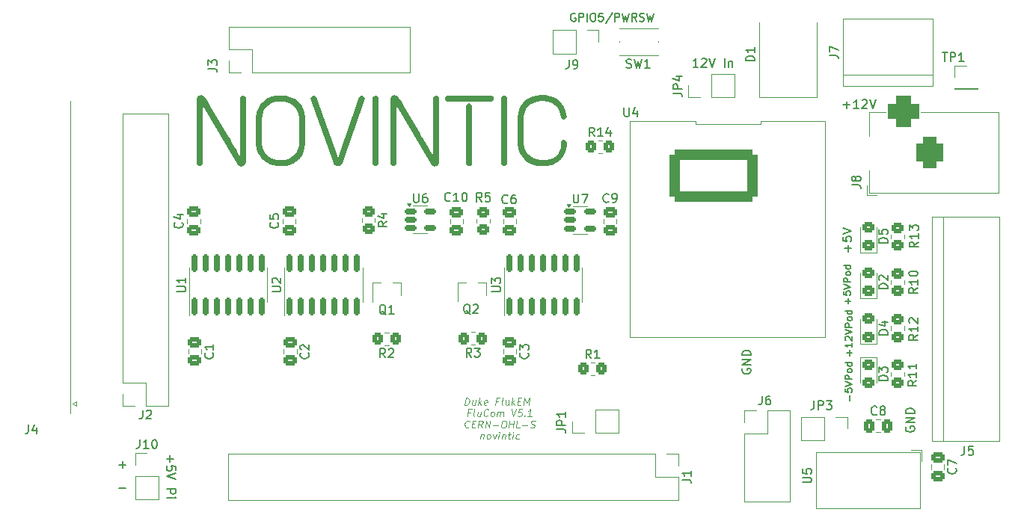
<source format=gbr>
G04 #@! TF.GenerationSoftware,KiCad,Pcbnew,8.0.1*
G04 #@! TF.CreationDate,2024-05-09T19:23:35+02:00*
G04 #@! TF.ProjectId,FluCom5,466c7543-6f6d-4352-9e6b-696361645f70,5.1*
G04 #@! TF.SameCoordinates,Original*
G04 #@! TF.FileFunction,Legend,Top*
G04 #@! TF.FilePolarity,Positive*
%FSLAX46Y46*%
G04 Gerber Fmt 4.6, Leading zero omitted, Abs format (unit mm)*
G04 Created by KiCad (PCBNEW 8.0.1) date 2024-05-09 19:23:35*
%MOMM*%
%LPD*%
G01*
G04 APERTURE LIST*
G04 Aperture macros list*
%AMRoundRect*
0 Rectangle with rounded corners*
0 $1 Rounding radius*
0 $2 $3 $4 $5 $6 $7 $8 $9 X,Y pos of 4 corners*
0 Add a 4 corners polygon primitive as box body*
4,1,4,$2,$3,$4,$5,$6,$7,$8,$9,$2,$3,0*
0 Add four circle primitives for the rounded corners*
1,1,$1+$1,$2,$3*
1,1,$1+$1,$4,$5*
1,1,$1+$1,$6,$7*
1,1,$1+$1,$8,$9*
0 Add four rect primitives between the rounded corners*
20,1,$1+$1,$2,$3,$4,$5,0*
20,1,$1+$1,$4,$5,$6,$7,0*
20,1,$1+$1,$6,$7,$8,$9,0*
20,1,$1+$1,$8,$9,$2,$3,0*%
G04 Aperture macros list end*
%ADD10C,0.150000*%
%ADD11C,0.100000*%
%ADD12C,0.200000*%
%ADD13C,0.300000*%
%ADD14C,0.120000*%
%ADD15RoundRect,0.250000X-0.475000X0.337500X-0.475000X-0.337500X0.475000X-0.337500X0.475000X0.337500X0*%
%ADD16RoundRect,0.250000X0.475000X-0.337500X0.475000X0.337500X-0.475000X0.337500X-0.475000X-0.337500X0*%
%ADD17RoundRect,0.250000X0.450000X-0.325000X0.450000X0.325000X-0.450000X0.325000X-0.450000X-0.325000X0*%
%ADD18RoundRect,0.250000X-0.450000X0.325000X-0.450000X-0.325000X0.450000X-0.325000X0.450000X0.325000X0*%
%ADD19R,3.300000X2.500000*%
%ADD20R,1.700000X1.700000*%
%ADD21O,1.700000X1.700000*%
%ADD22R,3.500000X3.500000*%
%ADD23RoundRect,0.750000X0.750000X1.000000X-0.750000X1.000000X-0.750000X-1.000000X0.750000X-1.000000X0*%
%ADD24RoundRect,0.875000X0.875000X0.875000X-0.875000X0.875000X-0.875000X-0.875000X0.875000X-0.875000X0*%
%ADD25R,3.000000X3.000000*%
%ADD26C,3.000000*%
%ADD27R,0.800000X0.900000*%
%ADD28RoundRect,0.250000X0.450000X-0.350000X0.450000X0.350000X-0.450000X0.350000X-0.450000X-0.350000X0*%
%ADD29RoundRect,0.250000X0.350000X0.450000X-0.350000X0.450000X-0.350000X-0.450000X0.350000X-0.450000X0*%
%ADD30RoundRect,0.150000X0.150000X-0.825000X0.150000X0.825000X-0.150000X0.825000X-0.150000X-0.825000X0*%
%ADD31R,1.500000X2.000000*%
%ADD32O,1.500000X2.000000*%
%ADD33RoundRect,0.250000X-0.450000X0.350000X-0.450000X-0.350000X0.450000X-0.350000X0.450000X0.350000X0*%
%ADD34RoundRect,0.250000X-0.350000X-0.450000X0.350000X-0.450000X0.350000X0.450000X-0.350000X0.450000X0*%
%ADD35RoundRect,0.250000X-0.337500X-0.475000X0.337500X-0.475000X0.337500X0.475000X-0.337500X0.475000X0*%
%ADD36R,1.600000X1.600000*%
%ADD37C,1.600000*%
%ADD38RoundRect,0.150000X-0.512500X-0.150000X0.512500X-0.150000X0.512500X0.150000X-0.512500X0.150000X0*%
%ADD39RoundRect,0.600000X-4.400000X2.400000X-4.400000X-2.400000X4.400000X-2.400000X4.400000X2.400000X0*%
%ADD40O,2.000000X1.200000*%
%ADD41R,0.900000X1.000000*%
G04 APERTURE END LIST*
D10*
X71036779Y-138088866D02*
X71798684Y-138088866D01*
D11*
X110190475Y-128632963D02*
X110290475Y-127832963D01*
X110290475Y-127832963D02*
X110480951Y-127832963D01*
X110480951Y-127832963D02*
X110590475Y-127871058D01*
X110590475Y-127871058D02*
X110657141Y-127947248D01*
X110657141Y-127947248D02*
X110685713Y-128023439D01*
X110685713Y-128023439D02*
X110704761Y-128175820D01*
X110704761Y-128175820D02*
X110690475Y-128290106D01*
X110690475Y-128290106D02*
X110633332Y-128442487D01*
X110633332Y-128442487D02*
X110585713Y-128518677D01*
X110585713Y-128518677D02*
X110499999Y-128594868D01*
X110499999Y-128594868D02*
X110380951Y-128632963D01*
X110380951Y-128632963D02*
X110190475Y-128632963D01*
X111399999Y-128099629D02*
X111333332Y-128632963D01*
X111057141Y-128099629D02*
X111004761Y-128518677D01*
X111004761Y-128518677D02*
X111033332Y-128594868D01*
X111033332Y-128594868D02*
X111104761Y-128632963D01*
X111104761Y-128632963D02*
X111219046Y-128632963D01*
X111219046Y-128632963D02*
X111299999Y-128594868D01*
X111299999Y-128594868D02*
X111342856Y-128556772D01*
X111714285Y-128632963D02*
X111814285Y-127832963D01*
X111828571Y-128328201D02*
X112019047Y-128632963D01*
X112085713Y-128099629D02*
X111742856Y-128404391D01*
X112671428Y-128594868D02*
X112590475Y-128632963D01*
X112590475Y-128632963D02*
X112438094Y-128632963D01*
X112438094Y-128632963D02*
X112366666Y-128594868D01*
X112366666Y-128594868D02*
X112338094Y-128518677D01*
X112338094Y-128518677D02*
X112376190Y-128213915D01*
X112376190Y-128213915D02*
X112423809Y-128137725D01*
X112423809Y-128137725D02*
X112504761Y-128099629D01*
X112504761Y-128099629D02*
X112657142Y-128099629D01*
X112657142Y-128099629D02*
X112728570Y-128137725D01*
X112728570Y-128137725D02*
X112757142Y-128213915D01*
X112757142Y-128213915D02*
X112747618Y-128290106D01*
X112747618Y-128290106D02*
X112357142Y-128366296D01*
X113976189Y-128213915D02*
X113709523Y-128213915D01*
X113657142Y-128632963D02*
X113757142Y-127832963D01*
X113757142Y-127832963D02*
X114138094Y-127832963D01*
X114457142Y-128632963D02*
X114385713Y-128594868D01*
X114385713Y-128594868D02*
X114357142Y-128518677D01*
X114357142Y-128518677D02*
X114442856Y-127832963D01*
X115171428Y-128099629D02*
X115104761Y-128632963D01*
X114828570Y-128099629D02*
X114776190Y-128518677D01*
X114776190Y-128518677D02*
X114804761Y-128594868D01*
X114804761Y-128594868D02*
X114876190Y-128632963D01*
X114876190Y-128632963D02*
X114990475Y-128632963D01*
X114990475Y-128632963D02*
X115071428Y-128594868D01*
X115071428Y-128594868D02*
X115114285Y-128556772D01*
X115485714Y-128632963D02*
X115585714Y-127832963D01*
X115600000Y-128328201D02*
X115790476Y-128632963D01*
X115857142Y-128099629D02*
X115514285Y-128404391D01*
X116185714Y-128213915D02*
X116452380Y-128213915D01*
X116514285Y-128632963D02*
X116133333Y-128632963D01*
X116133333Y-128632963D02*
X116233333Y-127832963D01*
X116233333Y-127832963D02*
X116614285Y-127832963D01*
X116857143Y-128632963D02*
X116957143Y-127832963D01*
X116957143Y-127832963D02*
X117152381Y-128404391D01*
X117152381Y-128404391D02*
X117490476Y-127832963D01*
X117490476Y-127832963D02*
X117390476Y-128632963D01*
X110795237Y-129501870D02*
X110528571Y-129501870D01*
X110476190Y-129920918D02*
X110576190Y-129120918D01*
X110576190Y-129120918D02*
X110957142Y-129120918D01*
X111276190Y-129920918D02*
X111204761Y-129882823D01*
X111204761Y-129882823D02*
X111176190Y-129806632D01*
X111176190Y-129806632D02*
X111261904Y-129120918D01*
X111990476Y-129387584D02*
X111923809Y-129920918D01*
X111647618Y-129387584D02*
X111595238Y-129806632D01*
X111595238Y-129806632D02*
X111623809Y-129882823D01*
X111623809Y-129882823D02*
X111695238Y-129920918D01*
X111695238Y-129920918D02*
X111809523Y-129920918D01*
X111809523Y-129920918D02*
X111890476Y-129882823D01*
X111890476Y-129882823D02*
X111933333Y-129844727D01*
X112771428Y-129844727D02*
X112728571Y-129882823D01*
X112728571Y-129882823D02*
X112609524Y-129920918D01*
X112609524Y-129920918D02*
X112533333Y-129920918D01*
X112533333Y-129920918D02*
X112423809Y-129882823D01*
X112423809Y-129882823D02*
X112357143Y-129806632D01*
X112357143Y-129806632D02*
X112328571Y-129730442D01*
X112328571Y-129730442D02*
X112309524Y-129578061D01*
X112309524Y-129578061D02*
X112323809Y-129463775D01*
X112323809Y-129463775D02*
X112380952Y-129311394D01*
X112380952Y-129311394D02*
X112428571Y-129235203D01*
X112428571Y-129235203D02*
X112514286Y-129159013D01*
X112514286Y-129159013D02*
X112633333Y-129120918D01*
X112633333Y-129120918D02*
X112709524Y-129120918D01*
X112709524Y-129120918D02*
X112819048Y-129159013D01*
X112819048Y-129159013D02*
X112852381Y-129197108D01*
X113219048Y-129920918D02*
X113147619Y-129882823D01*
X113147619Y-129882823D02*
X113114286Y-129844727D01*
X113114286Y-129844727D02*
X113085714Y-129768537D01*
X113085714Y-129768537D02*
X113114286Y-129539965D01*
X113114286Y-129539965D02*
X113161905Y-129463775D01*
X113161905Y-129463775D02*
X113204762Y-129425680D01*
X113204762Y-129425680D02*
X113285714Y-129387584D01*
X113285714Y-129387584D02*
X113400000Y-129387584D01*
X113400000Y-129387584D02*
X113471428Y-129425680D01*
X113471428Y-129425680D02*
X113504762Y-129463775D01*
X113504762Y-129463775D02*
X113533333Y-129539965D01*
X113533333Y-129539965D02*
X113504762Y-129768537D01*
X113504762Y-129768537D02*
X113457143Y-129844727D01*
X113457143Y-129844727D02*
X113414286Y-129882823D01*
X113414286Y-129882823D02*
X113333333Y-129920918D01*
X113333333Y-129920918D02*
X113219048Y-129920918D01*
X113828572Y-129920918D02*
X113895238Y-129387584D01*
X113885715Y-129463775D02*
X113928572Y-129425680D01*
X113928572Y-129425680D02*
X114009524Y-129387584D01*
X114009524Y-129387584D02*
X114123810Y-129387584D01*
X114123810Y-129387584D02*
X114195238Y-129425680D01*
X114195238Y-129425680D02*
X114223810Y-129501870D01*
X114223810Y-129501870D02*
X114171429Y-129920918D01*
X114223810Y-129501870D02*
X114271429Y-129425680D01*
X114271429Y-129425680D02*
X114352381Y-129387584D01*
X114352381Y-129387584D02*
X114466667Y-129387584D01*
X114466667Y-129387584D02*
X114538096Y-129425680D01*
X114538096Y-129425680D02*
X114566667Y-129501870D01*
X114566667Y-129501870D02*
X114514286Y-129920918D01*
X115490477Y-129120918D02*
X115657144Y-129920918D01*
X115657144Y-129920918D02*
X116023810Y-129120918D01*
X116671429Y-129120918D02*
X116290477Y-129120918D01*
X116290477Y-129120918D02*
X116204763Y-129501870D01*
X116204763Y-129501870D02*
X116247620Y-129463775D01*
X116247620Y-129463775D02*
X116328572Y-129425680D01*
X116328572Y-129425680D02*
X116519048Y-129425680D01*
X116519048Y-129425680D02*
X116590477Y-129463775D01*
X116590477Y-129463775D02*
X116623810Y-129501870D01*
X116623810Y-129501870D02*
X116652382Y-129578061D01*
X116652382Y-129578061D02*
X116628572Y-129768537D01*
X116628572Y-129768537D02*
X116580953Y-129844727D01*
X116580953Y-129844727D02*
X116538096Y-129882823D01*
X116538096Y-129882823D02*
X116457143Y-129920918D01*
X116457143Y-129920918D02*
X116266667Y-129920918D01*
X116266667Y-129920918D02*
X116195239Y-129882823D01*
X116195239Y-129882823D02*
X116161905Y-129844727D01*
X116961906Y-129844727D02*
X116995239Y-129882823D01*
X116995239Y-129882823D02*
X116952382Y-129920918D01*
X116952382Y-129920918D02*
X116919048Y-129882823D01*
X116919048Y-129882823D02*
X116961906Y-129844727D01*
X116961906Y-129844727D02*
X116952382Y-129920918D01*
X117752381Y-129920918D02*
X117295239Y-129920918D01*
X117523810Y-129920918D02*
X117623810Y-129120918D01*
X117623810Y-129120918D02*
X117533334Y-129235203D01*
X117533334Y-129235203D02*
X117447620Y-129311394D01*
X117447620Y-129311394D02*
X117366667Y-129349489D01*
X110638095Y-131132682D02*
X110595238Y-131170778D01*
X110595238Y-131170778D02*
X110476191Y-131208873D01*
X110476191Y-131208873D02*
X110400000Y-131208873D01*
X110400000Y-131208873D02*
X110290476Y-131170778D01*
X110290476Y-131170778D02*
X110223810Y-131094587D01*
X110223810Y-131094587D02*
X110195238Y-131018397D01*
X110195238Y-131018397D02*
X110176191Y-130866016D01*
X110176191Y-130866016D02*
X110190476Y-130751730D01*
X110190476Y-130751730D02*
X110247619Y-130599349D01*
X110247619Y-130599349D02*
X110295238Y-130523158D01*
X110295238Y-130523158D02*
X110380953Y-130446968D01*
X110380953Y-130446968D02*
X110500000Y-130408873D01*
X110500000Y-130408873D02*
X110576191Y-130408873D01*
X110576191Y-130408873D02*
X110685715Y-130446968D01*
X110685715Y-130446968D02*
X110719048Y-130485063D01*
X111023810Y-130789825D02*
X111290476Y-130789825D01*
X111352381Y-131208873D02*
X110971429Y-131208873D01*
X110971429Y-131208873D02*
X111071429Y-130408873D01*
X111071429Y-130408873D02*
X111452381Y-130408873D01*
X112152382Y-131208873D02*
X111933334Y-130827920D01*
X111695239Y-131208873D02*
X111795239Y-130408873D01*
X111795239Y-130408873D02*
X112100001Y-130408873D01*
X112100001Y-130408873D02*
X112171429Y-130446968D01*
X112171429Y-130446968D02*
X112204763Y-130485063D01*
X112204763Y-130485063D02*
X112233334Y-130561254D01*
X112233334Y-130561254D02*
X112219048Y-130675539D01*
X112219048Y-130675539D02*
X112171429Y-130751730D01*
X112171429Y-130751730D02*
X112128572Y-130789825D01*
X112128572Y-130789825D02*
X112047620Y-130827920D01*
X112047620Y-130827920D02*
X111742858Y-130827920D01*
X112495239Y-131208873D02*
X112595239Y-130408873D01*
X112595239Y-130408873D02*
X112952382Y-131208873D01*
X112952382Y-131208873D02*
X113052382Y-130408873D01*
X113371429Y-130904111D02*
X113980953Y-130904111D01*
X114576191Y-130408873D02*
X114728572Y-130408873D01*
X114728572Y-130408873D02*
X114800000Y-130446968D01*
X114800000Y-130446968D02*
X114866667Y-130523158D01*
X114866667Y-130523158D02*
X114885715Y-130675539D01*
X114885715Y-130675539D02*
X114852381Y-130942206D01*
X114852381Y-130942206D02*
X114795238Y-131094587D01*
X114795238Y-131094587D02*
X114709524Y-131170778D01*
X114709524Y-131170778D02*
X114628572Y-131208873D01*
X114628572Y-131208873D02*
X114476191Y-131208873D01*
X114476191Y-131208873D02*
X114404762Y-131170778D01*
X114404762Y-131170778D02*
X114338096Y-131094587D01*
X114338096Y-131094587D02*
X114319048Y-130942206D01*
X114319048Y-130942206D02*
X114352381Y-130675539D01*
X114352381Y-130675539D02*
X114409524Y-130523158D01*
X114409524Y-130523158D02*
X114495238Y-130446968D01*
X114495238Y-130446968D02*
X114576191Y-130408873D01*
X115161905Y-131208873D02*
X115261905Y-130408873D01*
X115214286Y-130789825D02*
X115671429Y-130789825D01*
X115619048Y-131208873D02*
X115719048Y-130408873D01*
X116380952Y-131208873D02*
X116000000Y-131208873D01*
X116000000Y-131208873D02*
X116100000Y-130408873D01*
X116685714Y-130904111D02*
X117295238Y-130904111D01*
X117604761Y-131170778D02*
X117714285Y-131208873D01*
X117714285Y-131208873D02*
X117904761Y-131208873D01*
X117904761Y-131208873D02*
X117985714Y-131170778D01*
X117985714Y-131170778D02*
X118028571Y-131132682D01*
X118028571Y-131132682D02*
X118076190Y-131056492D01*
X118076190Y-131056492D02*
X118085714Y-130980301D01*
X118085714Y-130980301D02*
X118057142Y-130904111D01*
X118057142Y-130904111D02*
X118023809Y-130866016D01*
X118023809Y-130866016D02*
X117952381Y-130827920D01*
X117952381Y-130827920D02*
X117804761Y-130789825D01*
X117804761Y-130789825D02*
X117733333Y-130751730D01*
X117733333Y-130751730D02*
X117700000Y-130713635D01*
X117700000Y-130713635D02*
X117671428Y-130637444D01*
X117671428Y-130637444D02*
X117680952Y-130561254D01*
X117680952Y-130561254D02*
X117728571Y-130485063D01*
X117728571Y-130485063D02*
X117771428Y-130446968D01*
X117771428Y-130446968D02*
X117852381Y-130408873D01*
X117852381Y-130408873D02*
X118042857Y-130408873D01*
X118042857Y-130408873D02*
X118152381Y-130446968D01*
X112009523Y-131963494D02*
X111942857Y-132496828D01*
X112000000Y-132039685D02*
X112042857Y-132001590D01*
X112042857Y-132001590D02*
X112123809Y-131963494D01*
X112123809Y-131963494D02*
X112238095Y-131963494D01*
X112238095Y-131963494D02*
X112309523Y-132001590D01*
X112309523Y-132001590D02*
X112338095Y-132077780D01*
X112338095Y-132077780D02*
X112285714Y-132496828D01*
X112780953Y-132496828D02*
X112709524Y-132458733D01*
X112709524Y-132458733D02*
X112676191Y-132420637D01*
X112676191Y-132420637D02*
X112647619Y-132344447D01*
X112647619Y-132344447D02*
X112676191Y-132115875D01*
X112676191Y-132115875D02*
X112723810Y-132039685D01*
X112723810Y-132039685D02*
X112766667Y-132001590D01*
X112766667Y-132001590D02*
X112847619Y-131963494D01*
X112847619Y-131963494D02*
X112961905Y-131963494D01*
X112961905Y-131963494D02*
X113033333Y-132001590D01*
X113033333Y-132001590D02*
X113066667Y-132039685D01*
X113066667Y-132039685D02*
X113095238Y-132115875D01*
X113095238Y-132115875D02*
X113066667Y-132344447D01*
X113066667Y-132344447D02*
X113019048Y-132420637D01*
X113019048Y-132420637D02*
X112976191Y-132458733D01*
X112976191Y-132458733D02*
X112895238Y-132496828D01*
X112895238Y-132496828D02*
X112780953Y-132496828D01*
X113380953Y-131963494D02*
X113504763Y-132496828D01*
X113504763Y-132496828D02*
X113761905Y-131963494D01*
X114000001Y-132496828D02*
X114066667Y-131963494D01*
X114100001Y-131696828D02*
X114057144Y-131734923D01*
X114057144Y-131734923D02*
X114090477Y-131773018D01*
X114090477Y-131773018D02*
X114133334Y-131734923D01*
X114133334Y-131734923D02*
X114100001Y-131696828D01*
X114100001Y-131696828D02*
X114090477Y-131773018D01*
X114447619Y-131963494D02*
X114380953Y-132496828D01*
X114438096Y-132039685D02*
X114480953Y-132001590D01*
X114480953Y-132001590D02*
X114561905Y-131963494D01*
X114561905Y-131963494D02*
X114676191Y-131963494D01*
X114676191Y-131963494D02*
X114747619Y-132001590D01*
X114747619Y-132001590D02*
X114776191Y-132077780D01*
X114776191Y-132077780D02*
X114723810Y-132496828D01*
X115057144Y-131963494D02*
X115361906Y-131963494D01*
X115204763Y-131696828D02*
X115119049Y-132382542D01*
X115119049Y-132382542D02*
X115147620Y-132458733D01*
X115147620Y-132458733D02*
X115219049Y-132496828D01*
X115219049Y-132496828D02*
X115295239Y-132496828D01*
X115561906Y-132496828D02*
X115628572Y-131963494D01*
X115661906Y-131696828D02*
X115619049Y-131734923D01*
X115619049Y-131734923D02*
X115652382Y-131773018D01*
X115652382Y-131773018D02*
X115695239Y-131734923D01*
X115695239Y-131734923D02*
X115661906Y-131696828D01*
X115661906Y-131696828D02*
X115652382Y-131773018D01*
X116290477Y-132458733D02*
X116209524Y-132496828D01*
X116209524Y-132496828D02*
X116057144Y-132496828D01*
X116057144Y-132496828D02*
X115985715Y-132458733D01*
X115985715Y-132458733D02*
X115952382Y-132420637D01*
X115952382Y-132420637D02*
X115923810Y-132344447D01*
X115923810Y-132344447D02*
X115952382Y-132115875D01*
X115952382Y-132115875D02*
X116000001Y-132039685D01*
X116000001Y-132039685D02*
X116042858Y-132001590D01*
X116042858Y-132001590D02*
X116123810Y-131963494D01*
X116123810Y-131963494D02*
X116276191Y-131963494D01*
X116276191Y-131963494D02*
X116347620Y-132001590D01*
D10*
X141617438Y-124539411D02*
X141569819Y-124634649D01*
X141569819Y-124634649D02*
X141569819Y-124777506D01*
X141569819Y-124777506D02*
X141617438Y-124920363D01*
X141617438Y-124920363D02*
X141712676Y-125015601D01*
X141712676Y-125015601D02*
X141807914Y-125063220D01*
X141807914Y-125063220D02*
X141998390Y-125110839D01*
X141998390Y-125110839D02*
X142141247Y-125110839D01*
X142141247Y-125110839D02*
X142331723Y-125063220D01*
X142331723Y-125063220D02*
X142426961Y-125015601D01*
X142426961Y-125015601D02*
X142522200Y-124920363D01*
X142522200Y-124920363D02*
X142569819Y-124777506D01*
X142569819Y-124777506D02*
X142569819Y-124682268D01*
X142569819Y-124682268D02*
X142522200Y-124539411D01*
X142522200Y-124539411D02*
X142474580Y-124491792D01*
X142474580Y-124491792D02*
X142141247Y-124491792D01*
X142141247Y-124491792D02*
X142141247Y-124682268D01*
X142569819Y-124063220D02*
X141569819Y-124063220D01*
X141569819Y-124063220D02*
X142569819Y-123491792D01*
X142569819Y-123491792D02*
X141569819Y-123491792D01*
X142569819Y-123015601D02*
X141569819Y-123015601D01*
X141569819Y-123015601D02*
X141569819Y-122777506D01*
X141569819Y-122777506D02*
X141617438Y-122634649D01*
X141617438Y-122634649D02*
X141712676Y-122539411D01*
X141712676Y-122539411D02*
X141807914Y-122491792D01*
X141807914Y-122491792D02*
X141998390Y-122444173D01*
X141998390Y-122444173D02*
X142141247Y-122444173D01*
X142141247Y-122444173D02*
X142331723Y-122491792D01*
X142331723Y-122491792D02*
X142426961Y-122539411D01*
X142426961Y-122539411D02*
X142522200Y-122634649D01*
X142522200Y-122634649D02*
X142569819Y-122777506D01*
X142569819Y-122777506D02*
X142569819Y-123015601D01*
D12*
X153554933Y-117152380D02*
X153554933Y-116542857D01*
X153859695Y-116847618D02*
X153250171Y-116847618D01*
X153059695Y-115780952D02*
X153059695Y-116161904D01*
X153059695Y-116161904D02*
X153440647Y-116200000D01*
X153440647Y-116200000D02*
X153402552Y-116161904D01*
X153402552Y-116161904D02*
X153364457Y-116085714D01*
X153364457Y-116085714D02*
X153364457Y-115895238D01*
X153364457Y-115895238D02*
X153402552Y-115819047D01*
X153402552Y-115819047D02*
X153440647Y-115780952D01*
X153440647Y-115780952D02*
X153516838Y-115742857D01*
X153516838Y-115742857D02*
X153707314Y-115742857D01*
X153707314Y-115742857D02*
X153783504Y-115780952D01*
X153783504Y-115780952D02*
X153821600Y-115819047D01*
X153821600Y-115819047D02*
X153859695Y-115895238D01*
X153859695Y-115895238D02*
X153859695Y-116085714D01*
X153859695Y-116085714D02*
X153821600Y-116161904D01*
X153821600Y-116161904D02*
X153783504Y-116200000D01*
X153059695Y-115514285D02*
X153859695Y-115247618D01*
X153859695Y-115247618D02*
X153059695Y-114980952D01*
X153859695Y-114714285D02*
X153059695Y-114714285D01*
X153059695Y-114714285D02*
X153059695Y-114409523D01*
X153059695Y-114409523D02*
X153097790Y-114333333D01*
X153097790Y-114333333D02*
X153135885Y-114295238D01*
X153135885Y-114295238D02*
X153212076Y-114257142D01*
X153212076Y-114257142D02*
X153326361Y-114257142D01*
X153326361Y-114257142D02*
X153402552Y-114295238D01*
X153402552Y-114295238D02*
X153440647Y-114333333D01*
X153440647Y-114333333D02*
X153478742Y-114409523D01*
X153478742Y-114409523D02*
X153478742Y-114714285D01*
X153859695Y-113800000D02*
X153821600Y-113876190D01*
X153821600Y-113876190D02*
X153783504Y-113914285D01*
X153783504Y-113914285D02*
X153707314Y-113952381D01*
X153707314Y-113952381D02*
X153478742Y-113952381D01*
X153478742Y-113952381D02*
X153402552Y-113914285D01*
X153402552Y-113914285D02*
X153364457Y-113876190D01*
X153364457Y-113876190D02*
X153326361Y-113800000D01*
X153326361Y-113800000D02*
X153326361Y-113685714D01*
X153326361Y-113685714D02*
X153364457Y-113609523D01*
X153364457Y-113609523D02*
X153402552Y-113571428D01*
X153402552Y-113571428D02*
X153478742Y-113533333D01*
X153478742Y-113533333D02*
X153707314Y-113533333D01*
X153707314Y-113533333D02*
X153783504Y-113571428D01*
X153783504Y-113571428D02*
X153821600Y-113609523D01*
X153821600Y-113609523D02*
X153859695Y-113685714D01*
X153859695Y-113685714D02*
X153859695Y-113800000D01*
X153859695Y-112847618D02*
X153059695Y-112847618D01*
X153821600Y-112847618D02*
X153859695Y-112923809D01*
X153859695Y-112923809D02*
X153859695Y-113076190D01*
X153859695Y-113076190D02*
X153821600Y-113152380D01*
X153821600Y-113152380D02*
X153783504Y-113190475D01*
X153783504Y-113190475D02*
X153707314Y-113228571D01*
X153707314Y-113228571D02*
X153478742Y-113228571D01*
X153478742Y-113228571D02*
X153402552Y-113190475D01*
X153402552Y-113190475D02*
X153364457Y-113152380D01*
X153364457Y-113152380D02*
X153326361Y-113076190D01*
X153326361Y-113076190D02*
X153326361Y-112923809D01*
X153326361Y-112923809D02*
X153364457Y-112847618D01*
D10*
X76811133Y-134336779D02*
X76811133Y-135098684D01*
X76430180Y-134717731D02*
X77192085Y-134717731D01*
X77430180Y-136051064D02*
X77430180Y-135574874D01*
X77430180Y-135574874D02*
X76953990Y-135527255D01*
X76953990Y-135527255D02*
X77001609Y-135574874D01*
X77001609Y-135574874D02*
X77049228Y-135670112D01*
X77049228Y-135670112D02*
X77049228Y-135908207D01*
X77049228Y-135908207D02*
X77001609Y-136003445D01*
X77001609Y-136003445D02*
X76953990Y-136051064D01*
X76953990Y-136051064D02*
X76858752Y-136098683D01*
X76858752Y-136098683D02*
X76620657Y-136098683D01*
X76620657Y-136098683D02*
X76525419Y-136051064D01*
X76525419Y-136051064D02*
X76477800Y-136003445D01*
X76477800Y-136003445D02*
X76430180Y-135908207D01*
X76430180Y-135908207D02*
X76430180Y-135670112D01*
X76430180Y-135670112D02*
X76477800Y-135574874D01*
X76477800Y-135574874D02*
X76525419Y-135527255D01*
X77430180Y-136384398D02*
X76430180Y-136717731D01*
X76430180Y-136717731D02*
X77430180Y-137051064D01*
X76430180Y-138146303D02*
X77430180Y-138146303D01*
X77430180Y-138146303D02*
X77430180Y-138527255D01*
X77430180Y-138527255D02*
X77382561Y-138622493D01*
X77382561Y-138622493D02*
X77334942Y-138670112D01*
X77334942Y-138670112D02*
X77239704Y-138717731D01*
X77239704Y-138717731D02*
X77096847Y-138717731D01*
X77096847Y-138717731D02*
X77001609Y-138670112D01*
X77001609Y-138670112D02*
X76953990Y-138622493D01*
X76953990Y-138622493D02*
X76906371Y-138527255D01*
X76906371Y-138527255D02*
X76906371Y-138146303D01*
X76430180Y-139146303D02*
X77096847Y-139146303D01*
X77430180Y-139146303D02*
X77382561Y-139098684D01*
X77382561Y-139098684D02*
X77334942Y-139146303D01*
X77334942Y-139146303D02*
X77382561Y-139193922D01*
X77382561Y-139193922D02*
X77430180Y-139146303D01*
X77430180Y-139146303D02*
X77334942Y-139146303D01*
D12*
X153025695Y-94660866D02*
X153787600Y-94660866D01*
X153406647Y-95041819D02*
X153406647Y-94279914D01*
X154787599Y-95041819D02*
X154216171Y-95041819D01*
X154501885Y-95041819D02*
X154501885Y-94041819D01*
X154501885Y-94041819D02*
X154406647Y-94184676D01*
X154406647Y-94184676D02*
X154311409Y-94279914D01*
X154311409Y-94279914D02*
X154216171Y-94327533D01*
X155168552Y-94137057D02*
X155216171Y-94089438D01*
X155216171Y-94089438D02*
X155311409Y-94041819D01*
X155311409Y-94041819D02*
X155549504Y-94041819D01*
X155549504Y-94041819D02*
X155644742Y-94089438D01*
X155644742Y-94089438D02*
X155692361Y-94137057D01*
X155692361Y-94137057D02*
X155739980Y-94232295D01*
X155739980Y-94232295D02*
X155739980Y-94327533D01*
X155739980Y-94327533D02*
X155692361Y-94470390D01*
X155692361Y-94470390D02*
X155120933Y-95041819D01*
X155120933Y-95041819D02*
X155739980Y-95041819D01*
X156025695Y-94041819D02*
X156359028Y-95041819D01*
X156359028Y-95041819D02*
X156692361Y-94041819D01*
X160129438Y-131114704D02*
X160081819Y-131209942D01*
X160081819Y-131209942D02*
X160081819Y-131352799D01*
X160081819Y-131352799D02*
X160129438Y-131495656D01*
X160129438Y-131495656D02*
X160224676Y-131590894D01*
X160224676Y-131590894D02*
X160319914Y-131638513D01*
X160319914Y-131638513D02*
X160510390Y-131686132D01*
X160510390Y-131686132D02*
X160653247Y-131686132D01*
X160653247Y-131686132D02*
X160843723Y-131638513D01*
X160843723Y-131638513D02*
X160938961Y-131590894D01*
X160938961Y-131590894D02*
X161034200Y-131495656D01*
X161034200Y-131495656D02*
X161081819Y-131352799D01*
X161081819Y-131352799D02*
X161081819Y-131257561D01*
X161081819Y-131257561D02*
X161034200Y-131114704D01*
X161034200Y-131114704D02*
X160986580Y-131067085D01*
X160986580Y-131067085D02*
X160653247Y-131067085D01*
X160653247Y-131067085D02*
X160653247Y-131257561D01*
X161081819Y-130638513D02*
X160081819Y-130638513D01*
X160081819Y-130638513D02*
X161081819Y-130067085D01*
X161081819Y-130067085D02*
X160081819Y-130067085D01*
X161081819Y-129590894D02*
X160081819Y-129590894D01*
X160081819Y-129590894D02*
X160081819Y-129352799D01*
X160081819Y-129352799D02*
X160129438Y-129209942D01*
X160129438Y-129209942D02*
X160224676Y-129114704D01*
X160224676Y-129114704D02*
X160319914Y-129067085D01*
X160319914Y-129067085D02*
X160510390Y-129019466D01*
X160510390Y-129019466D02*
X160653247Y-129019466D01*
X160653247Y-129019466D02*
X160843723Y-129067085D01*
X160843723Y-129067085D02*
X160938961Y-129114704D01*
X160938961Y-129114704D02*
X161034200Y-129209942D01*
X161034200Y-129209942D02*
X161081819Y-129352799D01*
X161081819Y-129352799D02*
X161081819Y-129590894D01*
D10*
X71036779Y-135388866D02*
X71798684Y-135388866D01*
X71417731Y-135769819D02*
X71417731Y-135007914D01*
D12*
X153724933Y-123033333D02*
X153724933Y-122423810D01*
X154029695Y-122728571D02*
X153420171Y-122728571D01*
X154029695Y-121623810D02*
X154029695Y-122080953D01*
X154029695Y-121852381D02*
X153229695Y-121852381D01*
X153229695Y-121852381D02*
X153343980Y-121928572D01*
X153343980Y-121928572D02*
X153420171Y-122004762D01*
X153420171Y-122004762D02*
X153458266Y-122080953D01*
X153305885Y-121319048D02*
X153267790Y-121280952D01*
X153267790Y-121280952D02*
X153229695Y-121204762D01*
X153229695Y-121204762D02*
X153229695Y-121014286D01*
X153229695Y-121014286D02*
X153267790Y-120938095D01*
X153267790Y-120938095D02*
X153305885Y-120900000D01*
X153305885Y-120900000D02*
X153382076Y-120861905D01*
X153382076Y-120861905D02*
X153458266Y-120861905D01*
X153458266Y-120861905D02*
X153572552Y-120900000D01*
X153572552Y-120900000D02*
X154029695Y-121357143D01*
X154029695Y-121357143D02*
X154029695Y-120861905D01*
X153229695Y-120633333D02*
X154029695Y-120366666D01*
X154029695Y-120366666D02*
X153229695Y-120100000D01*
X154029695Y-119833333D02*
X153229695Y-119833333D01*
X153229695Y-119833333D02*
X153229695Y-119528571D01*
X153229695Y-119528571D02*
X153267790Y-119452381D01*
X153267790Y-119452381D02*
X153305885Y-119414286D01*
X153305885Y-119414286D02*
X153382076Y-119376190D01*
X153382076Y-119376190D02*
X153496361Y-119376190D01*
X153496361Y-119376190D02*
X153572552Y-119414286D01*
X153572552Y-119414286D02*
X153610647Y-119452381D01*
X153610647Y-119452381D02*
X153648742Y-119528571D01*
X153648742Y-119528571D02*
X153648742Y-119833333D01*
X154029695Y-118919048D02*
X153991600Y-118995238D01*
X153991600Y-118995238D02*
X153953504Y-119033333D01*
X153953504Y-119033333D02*
X153877314Y-119071429D01*
X153877314Y-119071429D02*
X153648742Y-119071429D01*
X153648742Y-119071429D02*
X153572552Y-119033333D01*
X153572552Y-119033333D02*
X153534457Y-118995238D01*
X153534457Y-118995238D02*
X153496361Y-118919048D01*
X153496361Y-118919048D02*
X153496361Y-118804762D01*
X153496361Y-118804762D02*
X153534457Y-118728571D01*
X153534457Y-118728571D02*
X153572552Y-118690476D01*
X153572552Y-118690476D02*
X153648742Y-118652381D01*
X153648742Y-118652381D02*
X153877314Y-118652381D01*
X153877314Y-118652381D02*
X153953504Y-118690476D01*
X153953504Y-118690476D02*
X153991600Y-118728571D01*
X153991600Y-118728571D02*
X154029695Y-118804762D01*
X154029695Y-118804762D02*
X154029695Y-118919048D01*
X154029695Y-117966666D02*
X153229695Y-117966666D01*
X153991600Y-117966666D02*
X154029695Y-118042857D01*
X154029695Y-118042857D02*
X154029695Y-118195238D01*
X154029695Y-118195238D02*
X153991600Y-118271428D01*
X153991600Y-118271428D02*
X153953504Y-118309523D01*
X153953504Y-118309523D02*
X153877314Y-118347619D01*
X153877314Y-118347619D02*
X153648742Y-118347619D01*
X153648742Y-118347619D02*
X153572552Y-118309523D01*
X153572552Y-118309523D02*
X153534457Y-118271428D01*
X153534457Y-118271428D02*
X153496361Y-118195238D01*
X153496361Y-118195238D02*
X153496361Y-118042857D01*
X153496361Y-118042857D02*
X153534457Y-117966666D01*
D13*
G36*
X80314898Y-93563203D02*
G01*
X80693770Y-93692792D01*
X80840509Y-93864110D01*
X81110283Y-94312311D01*
X81376408Y-94756146D01*
X81638885Y-95195615D01*
X81897714Y-95630718D01*
X82152894Y-96061456D01*
X82404426Y-96487827D01*
X82652310Y-96909833D01*
X82896545Y-97327473D01*
X83137132Y-97740747D01*
X83374071Y-98149656D01*
X83607361Y-98554198D01*
X83837002Y-98954375D01*
X84062996Y-99350186D01*
X84285341Y-99741631D01*
X84504037Y-100128710D01*
X84719085Y-100511423D01*
X84719085Y-93873879D01*
X84799197Y-93672623D01*
X85008269Y-93586650D01*
X85119644Y-93586650D01*
X85326762Y-93674577D01*
X85406873Y-93873879D01*
X85406873Y-101111284D01*
X85267510Y-101482407D01*
X85258374Y-101490348D01*
X84876897Y-101612966D01*
X84844138Y-101613447D01*
X84483784Y-101444099D01*
X84402547Y-101335987D01*
X80523970Y-94678904D01*
X80523970Y-101302770D01*
X80436043Y-101504026D01*
X80234787Y-101590000D01*
X80111688Y-101590000D01*
X79914340Y-101504026D01*
X79836182Y-101302770D01*
X79836182Y-94088813D01*
X79941369Y-93711544D01*
X80314898Y-93563203D01*
G37*
G36*
X89735986Y-93607258D02*
G01*
X89977145Y-93639406D01*
X90365469Y-93738599D01*
X90705966Y-93873879D01*
X91065203Y-94070972D01*
X91377214Y-94317867D01*
X91415247Y-94354549D01*
X91661925Y-94658716D01*
X91858164Y-95023536D01*
X91925226Y-95184975D01*
X92043146Y-95572213D01*
X92112118Y-95997777D01*
X92132344Y-96417913D01*
X92132344Y-98702072D01*
X92115497Y-99094345D01*
X92057261Y-99499025D01*
X91945155Y-99906266D01*
X91919364Y-99976043D01*
X91746441Y-100354405D01*
X91529339Y-100685540D01*
X91399616Y-100829916D01*
X91090553Y-101086256D01*
X90738557Y-101291077D01*
X90688381Y-101314494D01*
X90322159Y-101453340D01*
X89901833Y-101554319D01*
X89511466Y-101597235D01*
X89334298Y-101601723D01*
X88933009Y-101581630D01*
X88528100Y-101512174D01*
X88132509Y-101378470D01*
X88066189Y-101347711D01*
X87704771Y-101150881D01*
X87383931Y-100923386D01*
X87241625Y-100794745D01*
X86996284Y-100484701D01*
X86800614Y-100113084D01*
X86733600Y-99948688D01*
X86615681Y-99554544D01*
X86550956Y-99164977D01*
X86526685Y-98745643D01*
X86526482Y-98702072D01*
X86526482Y-98668855D01*
X87202547Y-98668855D01*
X87224803Y-99071947D01*
X87299147Y-99465840D01*
X87360816Y-99659504D01*
X87526911Y-100016766D01*
X87753558Y-100319937D01*
X88074890Y-100575476D01*
X88294801Y-100695094D01*
X88671349Y-100838508D01*
X88847766Y-100880718D01*
X89243966Y-100924079D01*
X89334298Y-100925659D01*
X89730597Y-100895991D01*
X89822784Y-100880718D01*
X90207983Y-100766655D01*
X90375750Y-100695094D01*
X90711795Y-100494025D01*
X90909176Y-100319937D01*
X91144107Y-99995567D01*
X91296057Y-99659504D01*
X91405584Y-99259274D01*
X91452368Y-98841418D01*
X91456280Y-98668855D01*
X91456280Y-96462854D01*
X91433199Y-96060860D01*
X91356102Y-95670639D01*
X91292149Y-95480020D01*
X91111898Y-95108283D01*
X90899406Y-94837173D01*
X90582501Y-94592320D01*
X90360118Y-94477648D01*
X89984331Y-94340204D01*
X89813014Y-94301793D01*
X89421081Y-94264088D01*
X89328436Y-94262714D01*
X88930946Y-94288512D01*
X88839951Y-94301793D01*
X88457121Y-94408439D01*
X88286985Y-94477648D01*
X87945356Y-94670378D01*
X87745743Y-94837173D01*
X87500697Y-95170319D01*
X87360816Y-95480020D01*
X87252624Y-95874908D01*
X87206411Y-96290481D01*
X87202547Y-96462854D01*
X87202547Y-98668855D01*
X86526482Y-98668855D01*
X86526482Y-96417913D01*
X86543329Y-96026722D01*
X86601566Y-95625782D01*
X86713672Y-95225741D01*
X86739462Y-95157620D01*
X86911562Y-94787134D01*
X87143600Y-94444499D01*
X87253349Y-94327194D01*
X87561324Y-94079154D01*
X87917384Y-93880917D01*
X87968492Y-93858248D01*
X88334084Y-93719344D01*
X88693405Y-93633545D01*
X89087857Y-93593244D01*
X89330390Y-93586650D01*
X89735986Y-93607258D01*
G37*
G36*
X98470935Y-93586650D02*
G01*
X98605757Y-93586650D01*
X98894658Y-93856208D01*
X98894940Y-93873879D01*
X98879309Y-93973531D01*
X96313782Y-101253921D01*
X96047189Y-101560625D01*
X95815526Y-101601723D01*
X95437561Y-101462047D01*
X95307501Y-101244152D01*
X92718527Y-93973531D01*
X92702896Y-93873879D01*
X92972454Y-93586930D01*
X92990125Y-93586650D01*
X93124947Y-93586650D01*
X93396545Y-93770321D01*
X95803803Y-100628660D01*
X98199337Y-93772274D01*
X98470935Y-93586650D01*
G37*
G36*
X100034089Y-93586650D02*
G01*
X100135694Y-93586650D01*
X100336950Y-93672623D01*
X100422923Y-93873879D01*
X100422923Y-101302770D01*
X100336950Y-101504026D01*
X100135694Y-101590000D01*
X100034089Y-101590000D01*
X99826971Y-101504026D01*
X99746859Y-101302770D01*
X99746859Y-93873879D01*
X99826971Y-93672623D01*
X100034089Y-93586650D01*
G37*
G36*
X102214689Y-93563203D02*
G01*
X102593561Y-93692792D01*
X102740300Y-93864110D01*
X103010073Y-94312311D01*
X103276199Y-94756146D01*
X103538676Y-95195615D01*
X103797505Y-95630718D01*
X104052685Y-96061456D01*
X104304217Y-96487827D01*
X104552101Y-96909833D01*
X104796336Y-97327473D01*
X105036923Y-97740747D01*
X105273861Y-98149656D01*
X105507151Y-98554198D01*
X105736793Y-98954375D01*
X105962786Y-99350186D01*
X106185131Y-99741631D01*
X106403828Y-100128710D01*
X106618876Y-100511423D01*
X106618876Y-93873879D01*
X106698988Y-93672623D01*
X106908060Y-93586650D01*
X107019434Y-93586650D01*
X107226552Y-93674577D01*
X107306664Y-93873879D01*
X107306664Y-101111284D01*
X107167300Y-101482407D01*
X107158164Y-101490348D01*
X106776687Y-101612966D01*
X106743928Y-101613447D01*
X106383575Y-101444099D01*
X106302337Y-101335987D01*
X102423761Y-94678904D01*
X102423761Y-101302770D01*
X102335833Y-101504026D01*
X102134577Y-101590000D01*
X102011479Y-101590000D01*
X101814131Y-101504026D01*
X101735973Y-101302770D01*
X101735973Y-94088813D01*
X101841160Y-93711544D01*
X102214689Y-93563203D01*
G37*
G36*
X110638136Y-94442477D02*
G01*
X110751465Y-94442477D01*
X111038695Y-94717983D01*
X111038695Y-101302770D01*
X110958583Y-101504026D01*
X110751465Y-101590000D01*
X110638136Y-101590000D01*
X110429064Y-101504026D01*
X110350907Y-101302770D01*
X110350907Y-94717983D01*
X110638136Y-94442477D01*
G37*
G36*
X108207431Y-93586650D02*
G01*
X113203663Y-93586650D01*
X113412735Y-93672623D01*
X113492847Y-93873879D01*
X113492847Y-93998932D01*
X113203663Y-94262714D01*
X108207431Y-94262714D01*
X107920202Y-93998932D01*
X107920202Y-93873879D01*
X108006175Y-93672623D01*
X108207431Y-93586650D01*
G37*
G36*
X114579239Y-93586650D02*
G01*
X114680844Y-93586650D01*
X114882100Y-93672623D01*
X114968073Y-93873879D01*
X114968073Y-101302770D01*
X114882100Y-101504026D01*
X114680844Y-101590000D01*
X114579239Y-101590000D01*
X114372121Y-101504026D01*
X114292009Y-101302770D01*
X114292009Y-93873879D01*
X114372121Y-93672623D01*
X114579239Y-93586650D01*
G37*
G36*
X117592219Y-93811353D02*
G01*
X117954891Y-93664149D01*
X118317131Y-93571018D01*
X118707462Y-93525681D01*
X118936531Y-93518262D01*
X119338284Y-93540982D01*
X119550069Y-93571018D01*
X119941041Y-93672677D01*
X120233949Y-93789860D01*
X120589078Y-93979881D01*
X120908060Y-94217773D01*
X121175677Y-94504339D01*
X121396015Y-94849271D01*
X121439532Y-94932916D01*
X121588276Y-95294426D01*
X121688660Y-95696053D01*
X121728715Y-95986092D01*
X121492817Y-96297911D01*
X121441486Y-96300676D01*
X121339881Y-96300676D01*
X121052651Y-96042756D01*
X120974742Y-95633945D01*
X120832959Y-95253720D01*
X120822086Y-95231870D01*
X120609755Y-94892525D01*
X120421528Y-94700397D01*
X120093746Y-94484534D01*
X119897871Y-94393628D01*
X119524783Y-94265401D01*
X119126789Y-94206782D01*
X119079169Y-94206050D01*
X118675871Y-94221893D01*
X118453907Y-94250990D01*
X118068708Y-94366063D01*
X117900942Y-94438569D01*
X117549690Y-94651060D01*
X117367515Y-94813726D01*
X117133546Y-95137134D01*
X116980635Y-95474159D01*
X116872443Y-95873053D01*
X116826229Y-96290338D01*
X116822365Y-96462854D01*
X116822365Y-98668855D01*
X116846820Y-99071947D01*
X116928506Y-99465840D01*
X116996266Y-99659504D01*
X117176157Y-100016766D01*
X117416364Y-100319937D01*
X117736022Y-100564367D01*
X117988869Y-100695094D01*
X118375200Y-100835594D01*
X118772640Y-100914626D01*
X118977564Y-100925659D01*
X119380794Y-100907627D01*
X119763049Y-100843593D01*
X120146153Y-100700423D01*
X120405896Y-100552456D01*
X120728926Y-100256783D01*
X120927313Y-99896128D01*
X121032379Y-99505020D01*
X121071534Y-99113675D01*
X121074145Y-98971716D01*
X121156210Y-98680579D01*
X121361374Y-98606329D01*
X121453210Y-98606329D01*
X121740159Y-98875887D01*
X121740439Y-98893558D01*
X121718495Y-99315183D01*
X121652664Y-99703224D01*
X121529560Y-100091280D01*
X121515736Y-100124542D01*
X121336217Y-100484495D01*
X121098996Y-100814147D01*
X120988171Y-100925659D01*
X120661374Y-101171367D01*
X120307976Y-101351143D01*
X120282798Y-101361388D01*
X119910747Y-101488127D01*
X119504083Y-101578253D01*
X119198360Y-101601723D01*
X118790293Y-101589272D01*
X118395289Y-101545059D01*
X118012969Y-101444175D01*
X117637159Y-101291046D01*
X117290357Y-101099880D01*
X116961116Y-100850238D01*
X116900523Y-100794745D01*
X116640916Y-100484701D01*
X116434009Y-100113084D01*
X116363189Y-99948688D01*
X116238594Y-99554544D01*
X116170206Y-99164977D01*
X116144561Y-98745643D01*
X116144347Y-98702072D01*
X116144347Y-96417913D01*
X116161194Y-96025794D01*
X116219431Y-95621649D01*
X116331536Y-95215437D01*
X116357327Y-95145896D01*
X116531441Y-94767442D01*
X116749213Y-94439309D01*
X116879030Y-94297885D01*
X117188521Y-94043062D01*
X117541805Y-93835465D01*
X117592219Y-93811353D01*
G37*
D12*
X153724933Y-128152380D02*
X153724933Y-127542857D01*
X153229695Y-126780952D02*
X153229695Y-127161904D01*
X153229695Y-127161904D02*
X153610647Y-127200000D01*
X153610647Y-127200000D02*
X153572552Y-127161904D01*
X153572552Y-127161904D02*
X153534457Y-127085714D01*
X153534457Y-127085714D02*
X153534457Y-126895238D01*
X153534457Y-126895238D02*
X153572552Y-126819047D01*
X153572552Y-126819047D02*
X153610647Y-126780952D01*
X153610647Y-126780952D02*
X153686838Y-126742857D01*
X153686838Y-126742857D02*
X153877314Y-126742857D01*
X153877314Y-126742857D02*
X153953504Y-126780952D01*
X153953504Y-126780952D02*
X153991600Y-126819047D01*
X153991600Y-126819047D02*
X154029695Y-126895238D01*
X154029695Y-126895238D02*
X154029695Y-127085714D01*
X154029695Y-127085714D02*
X153991600Y-127161904D01*
X153991600Y-127161904D02*
X153953504Y-127200000D01*
X153229695Y-126514285D02*
X154029695Y-126247618D01*
X154029695Y-126247618D02*
X153229695Y-125980952D01*
X154029695Y-125714285D02*
X153229695Y-125714285D01*
X153229695Y-125714285D02*
X153229695Y-125409523D01*
X153229695Y-125409523D02*
X153267790Y-125333333D01*
X153267790Y-125333333D02*
X153305885Y-125295238D01*
X153305885Y-125295238D02*
X153382076Y-125257142D01*
X153382076Y-125257142D02*
X153496361Y-125257142D01*
X153496361Y-125257142D02*
X153572552Y-125295238D01*
X153572552Y-125295238D02*
X153610647Y-125333333D01*
X153610647Y-125333333D02*
X153648742Y-125409523D01*
X153648742Y-125409523D02*
X153648742Y-125714285D01*
X154029695Y-124800000D02*
X153991600Y-124876190D01*
X153991600Y-124876190D02*
X153953504Y-124914285D01*
X153953504Y-124914285D02*
X153877314Y-124952381D01*
X153877314Y-124952381D02*
X153648742Y-124952381D01*
X153648742Y-124952381D02*
X153572552Y-124914285D01*
X153572552Y-124914285D02*
X153534457Y-124876190D01*
X153534457Y-124876190D02*
X153496361Y-124800000D01*
X153496361Y-124800000D02*
X153496361Y-124685714D01*
X153496361Y-124685714D02*
X153534457Y-124609523D01*
X153534457Y-124609523D02*
X153572552Y-124571428D01*
X153572552Y-124571428D02*
X153648742Y-124533333D01*
X153648742Y-124533333D02*
X153877314Y-124533333D01*
X153877314Y-124533333D02*
X153953504Y-124571428D01*
X153953504Y-124571428D02*
X153991600Y-124609523D01*
X153991600Y-124609523D02*
X154029695Y-124685714D01*
X154029695Y-124685714D02*
X154029695Y-124800000D01*
X154029695Y-123847618D02*
X153229695Y-123847618D01*
X153991600Y-123847618D02*
X154029695Y-123923809D01*
X154029695Y-123923809D02*
X154029695Y-124076190D01*
X154029695Y-124076190D02*
X153991600Y-124152380D01*
X153991600Y-124152380D02*
X153953504Y-124190475D01*
X153953504Y-124190475D02*
X153877314Y-124228571D01*
X153877314Y-124228571D02*
X153648742Y-124228571D01*
X153648742Y-124228571D02*
X153572552Y-124190475D01*
X153572552Y-124190475D02*
X153534457Y-124152380D01*
X153534457Y-124152380D02*
X153496361Y-124076190D01*
X153496361Y-124076190D02*
X153496361Y-123923809D01*
X153496361Y-123923809D02*
X153534457Y-123847618D01*
X136593482Y-90367219D02*
X136022054Y-90367219D01*
X136307768Y-90367219D02*
X136307768Y-89367219D01*
X136307768Y-89367219D02*
X136212530Y-89510076D01*
X136212530Y-89510076D02*
X136117292Y-89605314D01*
X136117292Y-89605314D02*
X136022054Y-89652933D01*
X136974435Y-89462457D02*
X137022054Y-89414838D01*
X137022054Y-89414838D02*
X137117292Y-89367219D01*
X137117292Y-89367219D02*
X137355387Y-89367219D01*
X137355387Y-89367219D02*
X137450625Y-89414838D01*
X137450625Y-89414838D02*
X137498244Y-89462457D01*
X137498244Y-89462457D02*
X137545863Y-89557695D01*
X137545863Y-89557695D02*
X137545863Y-89652933D01*
X137545863Y-89652933D02*
X137498244Y-89795790D01*
X137498244Y-89795790D02*
X136926816Y-90367219D01*
X136926816Y-90367219D02*
X137545863Y-90367219D01*
X137831578Y-89367219D02*
X138164911Y-90367219D01*
X138164911Y-90367219D02*
X138498244Y-89367219D01*
X139593483Y-90367219D02*
X139593483Y-89367219D01*
X140069673Y-89700552D02*
X140069673Y-90367219D01*
X140069673Y-89795790D02*
X140117292Y-89748171D01*
X140117292Y-89748171D02*
X140212530Y-89700552D01*
X140212530Y-89700552D02*
X140355387Y-89700552D01*
X140355387Y-89700552D02*
X140450625Y-89748171D01*
X140450625Y-89748171D02*
X140498244Y-89843409D01*
X140498244Y-89843409D02*
X140498244Y-90367219D01*
D10*
X122684398Y-84324914D02*
X122598684Y-84282057D01*
X122598684Y-84282057D02*
X122470112Y-84282057D01*
X122470112Y-84282057D02*
X122341541Y-84324914D01*
X122341541Y-84324914D02*
X122255826Y-84410628D01*
X122255826Y-84410628D02*
X122212969Y-84496342D01*
X122212969Y-84496342D02*
X122170112Y-84667771D01*
X122170112Y-84667771D02*
X122170112Y-84796342D01*
X122170112Y-84796342D02*
X122212969Y-84967771D01*
X122212969Y-84967771D02*
X122255826Y-85053485D01*
X122255826Y-85053485D02*
X122341541Y-85139200D01*
X122341541Y-85139200D02*
X122470112Y-85182057D01*
X122470112Y-85182057D02*
X122555826Y-85182057D01*
X122555826Y-85182057D02*
X122684398Y-85139200D01*
X122684398Y-85139200D02*
X122727255Y-85096342D01*
X122727255Y-85096342D02*
X122727255Y-84796342D01*
X122727255Y-84796342D02*
X122555826Y-84796342D01*
X123112969Y-85182057D02*
X123112969Y-84282057D01*
X123112969Y-84282057D02*
X123455826Y-84282057D01*
X123455826Y-84282057D02*
X123541541Y-84324914D01*
X123541541Y-84324914D02*
X123584398Y-84367771D01*
X123584398Y-84367771D02*
X123627255Y-84453485D01*
X123627255Y-84453485D02*
X123627255Y-84582057D01*
X123627255Y-84582057D02*
X123584398Y-84667771D01*
X123584398Y-84667771D02*
X123541541Y-84710628D01*
X123541541Y-84710628D02*
X123455826Y-84753485D01*
X123455826Y-84753485D02*
X123112969Y-84753485D01*
X124012969Y-85182057D02*
X124012969Y-84282057D01*
X124612969Y-84282057D02*
X124784397Y-84282057D01*
X124784397Y-84282057D02*
X124870112Y-84324914D01*
X124870112Y-84324914D02*
X124955826Y-84410628D01*
X124955826Y-84410628D02*
X124998683Y-84582057D01*
X124998683Y-84582057D02*
X124998683Y-84882057D01*
X124998683Y-84882057D02*
X124955826Y-85053485D01*
X124955826Y-85053485D02*
X124870112Y-85139200D01*
X124870112Y-85139200D02*
X124784397Y-85182057D01*
X124784397Y-85182057D02*
X124612969Y-85182057D01*
X124612969Y-85182057D02*
X124527255Y-85139200D01*
X124527255Y-85139200D02*
X124441540Y-85053485D01*
X124441540Y-85053485D02*
X124398683Y-84882057D01*
X124398683Y-84882057D02*
X124398683Y-84582057D01*
X124398683Y-84582057D02*
X124441540Y-84410628D01*
X124441540Y-84410628D02*
X124527255Y-84324914D01*
X124527255Y-84324914D02*
X124612969Y-84282057D01*
X125812969Y-84282057D02*
X125384397Y-84282057D01*
X125384397Y-84282057D02*
X125341540Y-84710628D01*
X125341540Y-84710628D02*
X125384397Y-84667771D01*
X125384397Y-84667771D02*
X125470112Y-84624914D01*
X125470112Y-84624914D02*
X125684397Y-84624914D01*
X125684397Y-84624914D02*
X125770112Y-84667771D01*
X125770112Y-84667771D02*
X125812969Y-84710628D01*
X125812969Y-84710628D02*
X125855826Y-84796342D01*
X125855826Y-84796342D02*
X125855826Y-85010628D01*
X125855826Y-85010628D02*
X125812969Y-85096342D01*
X125812969Y-85096342D02*
X125770112Y-85139200D01*
X125770112Y-85139200D02*
X125684397Y-85182057D01*
X125684397Y-85182057D02*
X125470112Y-85182057D01*
X125470112Y-85182057D02*
X125384397Y-85139200D01*
X125384397Y-85139200D02*
X125341540Y-85096342D01*
X126884397Y-84239200D02*
X126112969Y-85396342D01*
X127184397Y-85182057D02*
X127184397Y-84282057D01*
X127184397Y-84282057D02*
X127527254Y-84282057D01*
X127527254Y-84282057D02*
X127612969Y-84324914D01*
X127612969Y-84324914D02*
X127655826Y-84367771D01*
X127655826Y-84367771D02*
X127698683Y-84453485D01*
X127698683Y-84453485D02*
X127698683Y-84582057D01*
X127698683Y-84582057D02*
X127655826Y-84667771D01*
X127655826Y-84667771D02*
X127612969Y-84710628D01*
X127612969Y-84710628D02*
X127527254Y-84753485D01*
X127527254Y-84753485D02*
X127184397Y-84753485D01*
X127998683Y-84282057D02*
X128212969Y-85182057D01*
X128212969Y-85182057D02*
X128384397Y-84539200D01*
X128384397Y-84539200D02*
X128555826Y-85182057D01*
X128555826Y-85182057D02*
X128770112Y-84282057D01*
X129627254Y-85182057D02*
X129327254Y-84753485D01*
X129112968Y-85182057D02*
X129112968Y-84282057D01*
X129112968Y-84282057D02*
X129455825Y-84282057D01*
X129455825Y-84282057D02*
X129541540Y-84324914D01*
X129541540Y-84324914D02*
X129584397Y-84367771D01*
X129584397Y-84367771D02*
X129627254Y-84453485D01*
X129627254Y-84453485D02*
X129627254Y-84582057D01*
X129627254Y-84582057D02*
X129584397Y-84667771D01*
X129584397Y-84667771D02*
X129541540Y-84710628D01*
X129541540Y-84710628D02*
X129455825Y-84753485D01*
X129455825Y-84753485D02*
X129112968Y-84753485D01*
X129970111Y-85139200D02*
X130098683Y-85182057D01*
X130098683Y-85182057D02*
X130312968Y-85182057D01*
X130312968Y-85182057D02*
X130398683Y-85139200D01*
X130398683Y-85139200D02*
X130441540Y-85096342D01*
X130441540Y-85096342D02*
X130484397Y-85010628D01*
X130484397Y-85010628D02*
X130484397Y-84924914D01*
X130484397Y-84924914D02*
X130441540Y-84839200D01*
X130441540Y-84839200D02*
X130398683Y-84796342D01*
X130398683Y-84796342D02*
X130312968Y-84753485D01*
X130312968Y-84753485D02*
X130141540Y-84710628D01*
X130141540Y-84710628D02*
X130055825Y-84667771D01*
X130055825Y-84667771D02*
X130012968Y-84624914D01*
X130012968Y-84624914D02*
X129970111Y-84539200D01*
X129970111Y-84539200D02*
X129970111Y-84453485D01*
X129970111Y-84453485D02*
X130012968Y-84367771D01*
X130012968Y-84367771D02*
X130055825Y-84324914D01*
X130055825Y-84324914D02*
X130141540Y-84282057D01*
X130141540Y-84282057D02*
X130355825Y-84282057D01*
X130355825Y-84282057D02*
X130484397Y-84324914D01*
X130784397Y-84282057D02*
X130998683Y-85182057D01*
X130998683Y-85182057D02*
X131170111Y-84539200D01*
X131170111Y-84539200D02*
X131341540Y-85182057D01*
X131341540Y-85182057D02*
X131555826Y-84282057D01*
D12*
X153571266Y-111285713D02*
X153571266Y-110523809D01*
X153952219Y-110904761D02*
X153190314Y-110904761D01*
X152952219Y-109571428D02*
X152952219Y-110047618D01*
X152952219Y-110047618D02*
X153428409Y-110095237D01*
X153428409Y-110095237D02*
X153380790Y-110047618D01*
X153380790Y-110047618D02*
X153333171Y-109952380D01*
X153333171Y-109952380D02*
X153333171Y-109714285D01*
X153333171Y-109714285D02*
X153380790Y-109619047D01*
X153380790Y-109619047D02*
X153428409Y-109571428D01*
X153428409Y-109571428D02*
X153523647Y-109523809D01*
X153523647Y-109523809D02*
X153761742Y-109523809D01*
X153761742Y-109523809D02*
X153856980Y-109571428D01*
X153856980Y-109571428D02*
X153904600Y-109619047D01*
X153904600Y-109619047D02*
X153952219Y-109714285D01*
X153952219Y-109714285D02*
X153952219Y-109952380D01*
X153952219Y-109952380D02*
X153904600Y-110047618D01*
X153904600Y-110047618D02*
X153856980Y-110095237D01*
X152952219Y-109238094D02*
X153952219Y-108904761D01*
X153952219Y-108904761D02*
X152952219Y-108571428D01*
D10*
X81643180Y-122747066D02*
X81690800Y-122794685D01*
X81690800Y-122794685D02*
X81738419Y-122937542D01*
X81738419Y-122937542D02*
X81738419Y-123032780D01*
X81738419Y-123032780D02*
X81690800Y-123175637D01*
X81690800Y-123175637D02*
X81595561Y-123270875D01*
X81595561Y-123270875D02*
X81500323Y-123318494D01*
X81500323Y-123318494D02*
X81309847Y-123366113D01*
X81309847Y-123366113D02*
X81166990Y-123366113D01*
X81166990Y-123366113D02*
X80976514Y-123318494D01*
X80976514Y-123318494D02*
X80881276Y-123270875D01*
X80881276Y-123270875D02*
X80786038Y-123175637D01*
X80786038Y-123175637D02*
X80738419Y-123032780D01*
X80738419Y-123032780D02*
X80738419Y-122937542D01*
X80738419Y-122937542D02*
X80786038Y-122794685D01*
X80786038Y-122794685D02*
X80833657Y-122747066D01*
X81738419Y-121794685D02*
X81738419Y-122366113D01*
X81738419Y-122080399D02*
X80738419Y-122080399D01*
X80738419Y-122080399D02*
X80881276Y-122175637D01*
X80881276Y-122175637D02*
X80976514Y-122270875D01*
X80976514Y-122270875D02*
X81024133Y-122366113D01*
X92463580Y-122747066D02*
X92511200Y-122794685D01*
X92511200Y-122794685D02*
X92558819Y-122937542D01*
X92558819Y-122937542D02*
X92558819Y-123032780D01*
X92558819Y-123032780D02*
X92511200Y-123175637D01*
X92511200Y-123175637D02*
X92415961Y-123270875D01*
X92415961Y-123270875D02*
X92320723Y-123318494D01*
X92320723Y-123318494D02*
X92130247Y-123366113D01*
X92130247Y-123366113D02*
X91987390Y-123366113D01*
X91987390Y-123366113D02*
X91796914Y-123318494D01*
X91796914Y-123318494D02*
X91701676Y-123270875D01*
X91701676Y-123270875D02*
X91606438Y-123175637D01*
X91606438Y-123175637D02*
X91558819Y-123032780D01*
X91558819Y-123032780D02*
X91558819Y-122937542D01*
X91558819Y-122937542D02*
X91606438Y-122794685D01*
X91606438Y-122794685D02*
X91654057Y-122747066D01*
X91654057Y-122366113D02*
X91606438Y-122318494D01*
X91606438Y-122318494D02*
X91558819Y-122223256D01*
X91558819Y-122223256D02*
X91558819Y-121985161D01*
X91558819Y-121985161D02*
X91606438Y-121889923D01*
X91606438Y-121889923D02*
X91654057Y-121842304D01*
X91654057Y-121842304D02*
X91749295Y-121794685D01*
X91749295Y-121794685D02*
X91844533Y-121794685D01*
X91844533Y-121794685D02*
X91987390Y-121842304D01*
X91987390Y-121842304D02*
X92558819Y-122413732D01*
X92558819Y-122413732D02*
X92558819Y-121794685D01*
X89001980Y-107964266D02*
X89049600Y-108011885D01*
X89049600Y-108011885D02*
X89097219Y-108154742D01*
X89097219Y-108154742D02*
X89097219Y-108249980D01*
X89097219Y-108249980D02*
X89049600Y-108392837D01*
X89049600Y-108392837D02*
X88954361Y-108488075D01*
X88954361Y-108488075D02*
X88859123Y-108535694D01*
X88859123Y-108535694D02*
X88668647Y-108583313D01*
X88668647Y-108583313D02*
X88525790Y-108583313D01*
X88525790Y-108583313D02*
X88335314Y-108535694D01*
X88335314Y-108535694D02*
X88240076Y-108488075D01*
X88240076Y-108488075D02*
X88144838Y-108392837D01*
X88144838Y-108392837D02*
X88097219Y-108249980D01*
X88097219Y-108249980D02*
X88097219Y-108154742D01*
X88097219Y-108154742D02*
X88144838Y-108011885D01*
X88144838Y-108011885D02*
X88192457Y-107964266D01*
X88097219Y-107059504D02*
X88097219Y-107535694D01*
X88097219Y-107535694D02*
X88573409Y-107583313D01*
X88573409Y-107583313D02*
X88525790Y-107535694D01*
X88525790Y-107535694D02*
X88478171Y-107440456D01*
X88478171Y-107440456D02*
X88478171Y-107202361D01*
X88478171Y-107202361D02*
X88525790Y-107107123D01*
X88525790Y-107107123D02*
X88573409Y-107059504D01*
X88573409Y-107059504D02*
X88668647Y-107011885D01*
X88668647Y-107011885D02*
X88906742Y-107011885D01*
X88906742Y-107011885D02*
X89001980Y-107059504D01*
X89001980Y-107059504D02*
X89049600Y-107107123D01*
X89049600Y-107107123D02*
X89097219Y-107202361D01*
X89097219Y-107202361D02*
X89097219Y-107440456D01*
X89097219Y-107440456D02*
X89049600Y-107535694D01*
X89049600Y-107535694D02*
X89001980Y-107583313D01*
X165742580Y-135802666D02*
X165790200Y-135850285D01*
X165790200Y-135850285D02*
X165837819Y-135993142D01*
X165837819Y-135993142D02*
X165837819Y-136088380D01*
X165837819Y-136088380D02*
X165790200Y-136231237D01*
X165790200Y-136231237D02*
X165694961Y-136326475D01*
X165694961Y-136326475D02*
X165599723Y-136374094D01*
X165599723Y-136374094D02*
X165409247Y-136421713D01*
X165409247Y-136421713D02*
X165266390Y-136421713D01*
X165266390Y-136421713D02*
X165075914Y-136374094D01*
X165075914Y-136374094D02*
X164980676Y-136326475D01*
X164980676Y-136326475D02*
X164885438Y-136231237D01*
X164885438Y-136231237D02*
X164837819Y-136088380D01*
X164837819Y-136088380D02*
X164837819Y-135993142D01*
X164837819Y-135993142D02*
X164885438Y-135850285D01*
X164885438Y-135850285D02*
X164933057Y-135802666D01*
X164837819Y-135469332D02*
X164837819Y-134802666D01*
X164837819Y-134802666D02*
X165837819Y-135231237D01*
X158029819Y-115463094D02*
X157029819Y-115463094D01*
X157029819Y-115463094D02*
X157029819Y-115224999D01*
X157029819Y-115224999D02*
X157077438Y-115082142D01*
X157077438Y-115082142D02*
X157172676Y-114986904D01*
X157172676Y-114986904D02*
X157267914Y-114939285D01*
X157267914Y-114939285D02*
X157458390Y-114891666D01*
X157458390Y-114891666D02*
X157601247Y-114891666D01*
X157601247Y-114891666D02*
X157791723Y-114939285D01*
X157791723Y-114939285D02*
X157886961Y-114986904D01*
X157886961Y-114986904D02*
X157982200Y-115082142D01*
X157982200Y-115082142D02*
X158029819Y-115224999D01*
X158029819Y-115224999D02*
X158029819Y-115463094D01*
X157125057Y-114510713D02*
X157077438Y-114463094D01*
X157077438Y-114463094D02*
X157029819Y-114367856D01*
X157029819Y-114367856D02*
X157029819Y-114129761D01*
X157029819Y-114129761D02*
X157077438Y-114034523D01*
X157077438Y-114034523D02*
X157125057Y-113986904D01*
X157125057Y-113986904D02*
X157220295Y-113939285D01*
X157220295Y-113939285D02*
X157315533Y-113939285D01*
X157315533Y-113939285D02*
X157458390Y-113986904D01*
X157458390Y-113986904D02*
X158029819Y-114558332D01*
X158029819Y-114558332D02*
X158029819Y-113939285D01*
X158029819Y-125863094D02*
X157029819Y-125863094D01*
X157029819Y-125863094D02*
X157029819Y-125624999D01*
X157029819Y-125624999D02*
X157077438Y-125482142D01*
X157077438Y-125482142D02*
X157172676Y-125386904D01*
X157172676Y-125386904D02*
X157267914Y-125339285D01*
X157267914Y-125339285D02*
X157458390Y-125291666D01*
X157458390Y-125291666D02*
X157601247Y-125291666D01*
X157601247Y-125291666D02*
X157791723Y-125339285D01*
X157791723Y-125339285D02*
X157886961Y-125386904D01*
X157886961Y-125386904D02*
X157982200Y-125482142D01*
X157982200Y-125482142D02*
X158029819Y-125624999D01*
X158029819Y-125624999D02*
X158029819Y-125863094D01*
X157029819Y-124958332D02*
X157029819Y-124339285D01*
X157029819Y-124339285D02*
X157410771Y-124672618D01*
X157410771Y-124672618D02*
X157410771Y-124529761D01*
X157410771Y-124529761D02*
X157458390Y-124434523D01*
X157458390Y-124434523D02*
X157506009Y-124386904D01*
X157506009Y-124386904D02*
X157601247Y-124339285D01*
X157601247Y-124339285D02*
X157839342Y-124339285D01*
X157839342Y-124339285D02*
X157934580Y-124386904D01*
X157934580Y-124386904D02*
X157982200Y-124434523D01*
X157982200Y-124434523D02*
X158029819Y-124529761D01*
X158029819Y-124529761D02*
X158029819Y-124815475D01*
X158029819Y-124815475D02*
X157982200Y-124910713D01*
X157982200Y-124910713D02*
X157934580Y-124958332D01*
X158061819Y-120663094D02*
X157061819Y-120663094D01*
X157061819Y-120663094D02*
X157061819Y-120424999D01*
X157061819Y-120424999D02*
X157109438Y-120282142D01*
X157109438Y-120282142D02*
X157204676Y-120186904D01*
X157204676Y-120186904D02*
X157299914Y-120139285D01*
X157299914Y-120139285D02*
X157490390Y-120091666D01*
X157490390Y-120091666D02*
X157633247Y-120091666D01*
X157633247Y-120091666D02*
X157823723Y-120139285D01*
X157823723Y-120139285D02*
X157918961Y-120186904D01*
X157918961Y-120186904D02*
X158014200Y-120282142D01*
X158014200Y-120282142D02*
X158061819Y-120424999D01*
X158061819Y-120424999D02*
X158061819Y-120663094D01*
X157395152Y-119234523D02*
X158061819Y-119234523D01*
X157014200Y-119472618D02*
X157728485Y-119710713D01*
X157728485Y-119710713D02*
X157728485Y-119091666D01*
X158029819Y-110263094D02*
X157029819Y-110263094D01*
X157029819Y-110263094D02*
X157029819Y-110024999D01*
X157029819Y-110024999D02*
X157077438Y-109882142D01*
X157077438Y-109882142D02*
X157172676Y-109786904D01*
X157172676Y-109786904D02*
X157267914Y-109739285D01*
X157267914Y-109739285D02*
X157458390Y-109691666D01*
X157458390Y-109691666D02*
X157601247Y-109691666D01*
X157601247Y-109691666D02*
X157791723Y-109739285D01*
X157791723Y-109739285D02*
X157886961Y-109786904D01*
X157886961Y-109786904D02*
X157982200Y-109882142D01*
X157982200Y-109882142D02*
X158029819Y-110024999D01*
X158029819Y-110024999D02*
X158029819Y-110263094D01*
X157029819Y-108786904D02*
X157029819Y-109263094D01*
X157029819Y-109263094D02*
X157506009Y-109310713D01*
X157506009Y-109310713D02*
X157458390Y-109263094D01*
X157458390Y-109263094D02*
X157410771Y-109167856D01*
X157410771Y-109167856D02*
X157410771Y-108929761D01*
X157410771Y-108929761D02*
X157458390Y-108834523D01*
X157458390Y-108834523D02*
X157506009Y-108786904D01*
X157506009Y-108786904D02*
X157601247Y-108739285D01*
X157601247Y-108739285D02*
X157839342Y-108739285D01*
X157839342Y-108739285D02*
X157934580Y-108786904D01*
X157934580Y-108786904D02*
X157982200Y-108834523D01*
X157982200Y-108834523D02*
X158029819Y-108929761D01*
X158029819Y-108929761D02*
X158029819Y-109167856D01*
X158029819Y-109167856D02*
X157982200Y-109263094D01*
X157982200Y-109263094D02*
X157934580Y-109310713D01*
X142974219Y-89663494D02*
X141974219Y-89663494D01*
X141974219Y-89663494D02*
X141974219Y-89425399D01*
X141974219Y-89425399D02*
X142021838Y-89282542D01*
X142021838Y-89282542D02*
X142117076Y-89187304D01*
X142117076Y-89187304D02*
X142212314Y-89139685D01*
X142212314Y-89139685D02*
X142402790Y-89092066D01*
X142402790Y-89092066D02*
X142545647Y-89092066D01*
X142545647Y-89092066D02*
X142736123Y-89139685D01*
X142736123Y-89139685D02*
X142831361Y-89187304D01*
X142831361Y-89187304D02*
X142926600Y-89282542D01*
X142926600Y-89282542D02*
X142974219Y-89425399D01*
X142974219Y-89425399D02*
X142974219Y-89663494D01*
X142974219Y-88139685D02*
X142974219Y-88711113D01*
X142974219Y-88425399D02*
X141974219Y-88425399D01*
X141974219Y-88425399D02*
X142117076Y-88520637D01*
X142117076Y-88520637D02*
X142212314Y-88615875D01*
X142212314Y-88615875D02*
X142259933Y-88711113D01*
X134784819Y-137103333D02*
X135499104Y-137103333D01*
X135499104Y-137103333D02*
X135641961Y-137150952D01*
X135641961Y-137150952D02*
X135737200Y-137246190D01*
X135737200Y-137246190D02*
X135784819Y-137389047D01*
X135784819Y-137389047D02*
X135784819Y-137484285D01*
X135784819Y-136103333D02*
X135784819Y-136674761D01*
X135784819Y-136389047D02*
X134784819Y-136389047D01*
X134784819Y-136389047D02*
X134927676Y-136484285D01*
X134927676Y-136484285D02*
X135022914Y-136579523D01*
X135022914Y-136579523D02*
X135070533Y-136674761D01*
X73711666Y-129209819D02*
X73711666Y-129924104D01*
X73711666Y-129924104D02*
X73664047Y-130066961D01*
X73664047Y-130066961D02*
X73568809Y-130162200D01*
X73568809Y-130162200D02*
X73425952Y-130209819D01*
X73425952Y-130209819D02*
X73330714Y-130209819D01*
X74140238Y-129305057D02*
X74187857Y-129257438D01*
X74187857Y-129257438D02*
X74283095Y-129209819D01*
X74283095Y-129209819D02*
X74521190Y-129209819D01*
X74521190Y-129209819D02*
X74616428Y-129257438D01*
X74616428Y-129257438D02*
X74664047Y-129305057D01*
X74664047Y-129305057D02*
X74711666Y-129400295D01*
X74711666Y-129400295D02*
X74711666Y-129495533D01*
X74711666Y-129495533D02*
X74664047Y-129638390D01*
X74664047Y-129638390D02*
X74092619Y-130209819D01*
X74092619Y-130209819D02*
X74711666Y-130209819D01*
X153993819Y-103708333D02*
X154708104Y-103708333D01*
X154708104Y-103708333D02*
X154850961Y-103755952D01*
X154850961Y-103755952D02*
X154946200Y-103851190D01*
X154946200Y-103851190D02*
X154993819Y-103994047D01*
X154993819Y-103994047D02*
X154993819Y-104089285D01*
X154422390Y-103089285D02*
X154374771Y-103184523D01*
X154374771Y-103184523D02*
X154327152Y-103232142D01*
X154327152Y-103232142D02*
X154231914Y-103279761D01*
X154231914Y-103279761D02*
X154184295Y-103279761D01*
X154184295Y-103279761D02*
X154089057Y-103232142D01*
X154089057Y-103232142D02*
X154041438Y-103184523D01*
X154041438Y-103184523D02*
X153993819Y-103089285D01*
X153993819Y-103089285D02*
X153993819Y-102898809D01*
X153993819Y-102898809D02*
X154041438Y-102803571D01*
X154041438Y-102803571D02*
X154089057Y-102755952D01*
X154089057Y-102755952D02*
X154184295Y-102708333D01*
X154184295Y-102708333D02*
X154231914Y-102708333D01*
X154231914Y-102708333D02*
X154327152Y-102755952D01*
X154327152Y-102755952D02*
X154374771Y-102803571D01*
X154374771Y-102803571D02*
X154422390Y-102898809D01*
X154422390Y-102898809D02*
X154422390Y-103089285D01*
X154422390Y-103089285D02*
X154470009Y-103184523D01*
X154470009Y-103184523D02*
X154517628Y-103232142D01*
X154517628Y-103232142D02*
X154612866Y-103279761D01*
X154612866Y-103279761D02*
X154803342Y-103279761D01*
X154803342Y-103279761D02*
X154898580Y-103232142D01*
X154898580Y-103232142D02*
X154946200Y-103184523D01*
X154946200Y-103184523D02*
X154993819Y-103089285D01*
X154993819Y-103089285D02*
X154993819Y-102898809D01*
X154993819Y-102898809D02*
X154946200Y-102803571D01*
X154946200Y-102803571D02*
X154898580Y-102755952D01*
X154898580Y-102755952D02*
X154803342Y-102708333D01*
X154803342Y-102708333D02*
X154612866Y-102708333D01*
X154612866Y-102708333D02*
X154517628Y-102755952D01*
X154517628Y-102755952D02*
X154470009Y-102803571D01*
X154470009Y-102803571D02*
X154422390Y-102898809D01*
X166747866Y-133312819D02*
X166747866Y-134027104D01*
X166747866Y-134027104D02*
X166700247Y-134169961D01*
X166700247Y-134169961D02*
X166605009Y-134265200D01*
X166605009Y-134265200D02*
X166462152Y-134312819D01*
X166462152Y-134312819D02*
X166366914Y-134312819D01*
X167700247Y-133312819D02*
X167224057Y-133312819D01*
X167224057Y-133312819D02*
X167176438Y-133789009D01*
X167176438Y-133789009D02*
X167224057Y-133741390D01*
X167224057Y-133741390D02*
X167319295Y-133693771D01*
X167319295Y-133693771D02*
X167557390Y-133693771D01*
X167557390Y-133693771D02*
X167652628Y-133741390D01*
X167652628Y-133741390D02*
X167700247Y-133789009D01*
X167700247Y-133789009D02*
X167747866Y-133884247D01*
X167747866Y-133884247D02*
X167747866Y-134122342D01*
X167747866Y-134122342D02*
X167700247Y-134217580D01*
X167700247Y-134217580D02*
X167652628Y-134265200D01*
X167652628Y-134265200D02*
X167557390Y-134312819D01*
X167557390Y-134312819D02*
X167319295Y-134312819D01*
X167319295Y-134312819D02*
X167224057Y-134265200D01*
X167224057Y-134265200D02*
X167176438Y-134217580D01*
X151454819Y-89033333D02*
X152169104Y-89033333D01*
X152169104Y-89033333D02*
X152311961Y-89080952D01*
X152311961Y-89080952D02*
X152407200Y-89176190D01*
X152407200Y-89176190D02*
X152454819Y-89319047D01*
X152454819Y-89319047D02*
X152454819Y-89414285D01*
X151454819Y-88652380D02*
X151454819Y-87985714D01*
X151454819Y-87985714D02*
X152454819Y-88414285D01*
X149716666Y-128154819D02*
X149716666Y-128869104D01*
X149716666Y-128869104D02*
X149669047Y-129011961D01*
X149669047Y-129011961D02*
X149573809Y-129107200D01*
X149573809Y-129107200D02*
X149430952Y-129154819D01*
X149430952Y-129154819D02*
X149335714Y-129154819D01*
X150192857Y-129154819D02*
X150192857Y-128154819D01*
X150192857Y-128154819D02*
X150573809Y-128154819D01*
X150573809Y-128154819D02*
X150669047Y-128202438D01*
X150669047Y-128202438D02*
X150716666Y-128250057D01*
X150716666Y-128250057D02*
X150764285Y-128345295D01*
X150764285Y-128345295D02*
X150764285Y-128488152D01*
X150764285Y-128488152D02*
X150716666Y-128583390D01*
X150716666Y-128583390D02*
X150669047Y-128631009D01*
X150669047Y-128631009D02*
X150573809Y-128678628D01*
X150573809Y-128678628D02*
X150192857Y-128678628D01*
X151097619Y-128154819D02*
X151716666Y-128154819D01*
X151716666Y-128154819D02*
X151383333Y-128535771D01*
X151383333Y-128535771D02*
X151526190Y-128535771D01*
X151526190Y-128535771D02*
X151621428Y-128583390D01*
X151621428Y-128583390D02*
X151669047Y-128631009D01*
X151669047Y-128631009D02*
X151716666Y-128726247D01*
X151716666Y-128726247D02*
X151716666Y-128964342D01*
X151716666Y-128964342D02*
X151669047Y-129059580D01*
X151669047Y-129059580D02*
X151621428Y-129107200D01*
X151621428Y-129107200D02*
X151526190Y-129154819D01*
X151526190Y-129154819D02*
X151240476Y-129154819D01*
X151240476Y-129154819D02*
X151145238Y-129107200D01*
X151145238Y-129107200D02*
X151097619Y-129059580D01*
X110806761Y-118350057D02*
X110711523Y-118302438D01*
X110711523Y-118302438D02*
X110616285Y-118207200D01*
X110616285Y-118207200D02*
X110473428Y-118064342D01*
X110473428Y-118064342D02*
X110378190Y-118016723D01*
X110378190Y-118016723D02*
X110282952Y-118016723D01*
X110330571Y-118254819D02*
X110235333Y-118207200D01*
X110235333Y-118207200D02*
X110140095Y-118111961D01*
X110140095Y-118111961D02*
X110092476Y-117921485D01*
X110092476Y-117921485D02*
X110092476Y-117588152D01*
X110092476Y-117588152D02*
X110140095Y-117397676D01*
X110140095Y-117397676D02*
X110235333Y-117302438D01*
X110235333Y-117302438D02*
X110330571Y-117254819D01*
X110330571Y-117254819D02*
X110521047Y-117254819D01*
X110521047Y-117254819D02*
X110616285Y-117302438D01*
X110616285Y-117302438D02*
X110711523Y-117397676D01*
X110711523Y-117397676D02*
X110759142Y-117588152D01*
X110759142Y-117588152D02*
X110759142Y-117921485D01*
X110759142Y-117921485D02*
X110711523Y-118111961D01*
X110711523Y-118111961D02*
X110616285Y-118207200D01*
X110616285Y-118207200D02*
X110521047Y-118254819D01*
X110521047Y-118254819D02*
X110330571Y-118254819D01*
X111140095Y-117350057D02*
X111187714Y-117302438D01*
X111187714Y-117302438D02*
X111282952Y-117254819D01*
X111282952Y-117254819D02*
X111521047Y-117254819D01*
X111521047Y-117254819D02*
X111616285Y-117302438D01*
X111616285Y-117302438D02*
X111663904Y-117350057D01*
X111663904Y-117350057D02*
X111711523Y-117445295D01*
X111711523Y-117445295D02*
X111711523Y-117540533D01*
X111711523Y-117540533D02*
X111663904Y-117683390D01*
X111663904Y-117683390D02*
X111092476Y-118254819D01*
X111092476Y-118254819D02*
X111711523Y-118254819D01*
X161454819Y-115367857D02*
X160978628Y-115701190D01*
X161454819Y-115939285D02*
X160454819Y-115939285D01*
X160454819Y-115939285D02*
X160454819Y-115558333D01*
X160454819Y-115558333D02*
X160502438Y-115463095D01*
X160502438Y-115463095D02*
X160550057Y-115415476D01*
X160550057Y-115415476D02*
X160645295Y-115367857D01*
X160645295Y-115367857D02*
X160788152Y-115367857D01*
X160788152Y-115367857D02*
X160883390Y-115415476D01*
X160883390Y-115415476D02*
X160931009Y-115463095D01*
X160931009Y-115463095D02*
X160978628Y-115558333D01*
X160978628Y-115558333D02*
X160978628Y-115939285D01*
X161454819Y-114415476D02*
X161454819Y-114986904D01*
X161454819Y-114701190D02*
X160454819Y-114701190D01*
X160454819Y-114701190D02*
X160597676Y-114796428D01*
X160597676Y-114796428D02*
X160692914Y-114891666D01*
X160692914Y-114891666D02*
X160740533Y-114986904D01*
X160454819Y-113796428D02*
X160454819Y-113701190D01*
X160454819Y-113701190D02*
X160502438Y-113605952D01*
X160502438Y-113605952D02*
X160550057Y-113558333D01*
X160550057Y-113558333D02*
X160645295Y-113510714D01*
X160645295Y-113510714D02*
X160835771Y-113463095D01*
X160835771Y-113463095D02*
X161073866Y-113463095D01*
X161073866Y-113463095D02*
X161264342Y-113510714D01*
X161264342Y-113510714D02*
X161359580Y-113558333D01*
X161359580Y-113558333D02*
X161407200Y-113605952D01*
X161407200Y-113605952D02*
X161454819Y-113701190D01*
X161454819Y-113701190D02*
X161454819Y-113796428D01*
X161454819Y-113796428D02*
X161407200Y-113891666D01*
X161407200Y-113891666D02*
X161359580Y-113939285D01*
X161359580Y-113939285D02*
X161264342Y-113986904D01*
X161264342Y-113986904D02*
X161073866Y-114034523D01*
X161073866Y-114034523D02*
X160835771Y-114034523D01*
X160835771Y-114034523D02*
X160645295Y-113986904D01*
X160645295Y-113986904D02*
X160550057Y-113939285D01*
X160550057Y-113939285D02*
X160502438Y-113891666D01*
X160502438Y-113891666D02*
X160454819Y-113796428D01*
X161454819Y-120692857D02*
X160978628Y-121026190D01*
X161454819Y-121264285D02*
X160454819Y-121264285D01*
X160454819Y-121264285D02*
X160454819Y-120883333D01*
X160454819Y-120883333D02*
X160502438Y-120788095D01*
X160502438Y-120788095D02*
X160550057Y-120740476D01*
X160550057Y-120740476D02*
X160645295Y-120692857D01*
X160645295Y-120692857D02*
X160788152Y-120692857D01*
X160788152Y-120692857D02*
X160883390Y-120740476D01*
X160883390Y-120740476D02*
X160931009Y-120788095D01*
X160931009Y-120788095D02*
X160978628Y-120883333D01*
X160978628Y-120883333D02*
X160978628Y-121264285D01*
X161454819Y-119740476D02*
X161454819Y-120311904D01*
X161454819Y-120026190D02*
X160454819Y-120026190D01*
X160454819Y-120026190D02*
X160597676Y-120121428D01*
X160597676Y-120121428D02*
X160692914Y-120216666D01*
X160692914Y-120216666D02*
X160740533Y-120311904D01*
X160550057Y-119359523D02*
X160502438Y-119311904D01*
X160502438Y-119311904D02*
X160454819Y-119216666D01*
X160454819Y-119216666D02*
X160454819Y-118978571D01*
X160454819Y-118978571D02*
X160502438Y-118883333D01*
X160502438Y-118883333D02*
X160550057Y-118835714D01*
X160550057Y-118835714D02*
X160645295Y-118788095D01*
X160645295Y-118788095D02*
X160740533Y-118788095D01*
X160740533Y-118788095D02*
X160883390Y-118835714D01*
X160883390Y-118835714D02*
X161454819Y-119407142D01*
X161454819Y-119407142D02*
X161454819Y-118788095D01*
X161504819Y-110167857D02*
X161028628Y-110501190D01*
X161504819Y-110739285D02*
X160504819Y-110739285D01*
X160504819Y-110739285D02*
X160504819Y-110358333D01*
X160504819Y-110358333D02*
X160552438Y-110263095D01*
X160552438Y-110263095D02*
X160600057Y-110215476D01*
X160600057Y-110215476D02*
X160695295Y-110167857D01*
X160695295Y-110167857D02*
X160838152Y-110167857D01*
X160838152Y-110167857D02*
X160933390Y-110215476D01*
X160933390Y-110215476D02*
X160981009Y-110263095D01*
X160981009Y-110263095D02*
X161028628Y-110358333D01*
X161028628Y-110358333D02*
X161028628Y-110739285D01*
X161504819Y-109215476D02*
X161504819Y-109786904D01*
X161504819Y-109501190D02*
X160504819Y-109501190D01*
X160504819Y-109501190D02*
X160647676Y-109596428D01*
X160647676Y-109596428D02*
X160742914Y-109691666D01*
X160742914Y-109691666D02*
X160790533Y-109786904D01*
X160504819Y-108882142D02*
X160504819Y-108263095D01*
X160504819Y-108263095D02*
X160885771Y-108596428D01*
X160885771Y-108596428D02*
X160885771Y-108453571D01*
X160885771Y-108453571D02*
X160933390Y-108358333D01*
X160933390Y-108358333D02*
X160981009Y-108310714D01*
X160981009Y-108310714D02*
X161076247Y-108263095D01*
X161076247Y-108263095D02*
X161314342Y-108263095D01*
X161314342Y-108263095D02*
X161409580Y-108310714D01*
X161409580Y-108310714D02*
X161457200Y-108358333D01*
X161457200Y-108358333D02*
X161504819Y-108453571D01*
X161504819Y-108453571D02*
X161504819Y-108739285D01*
X161504819Y-108739285D02*
X161457200Y-108834523D01*
X161457200Y-108834523D02*
X161409580Y-108882142D01*
X110933333Y-123204819D02*
X110600000Y-122728628D01*
X110361905Y-123204819D02*
X110361905Y-122204819D01*
X110361905Y-122204819D02*
X110742857Y-122204819D01*
X110742857Y-122204819D02*
X110838095Y-122252438D01*
X110838095Y-122252438D02*
X110885714Y-122300057D01*
X110885714Y-122300057D02*
X110933333Y-122395295D01*
X110933333Y-122395295D02*
X110933333Y-122538152D01*
X110933333Y-122538152D02*
X110885714Y-122633390D01*
X110885714Y-122633390D02*
X110838095Y-122681009D01*
X110838095Y-122681009D02*
X110742857Y-122728628D01*
X110742857Y-122728628D02*
X110361905Y-122728628D01*
X111266667Y-122204819D02*
X111885714Y-122204819D01*
X111885714Y-122204819D02*
X111552381Y-122585771D01*
X111552381Y-122585771D02*
X111695238Y-122585771D01*
X111695238Y-122585771D02*
X111790476Y-122633390D01*
X111790476Y-122633390D02*
X111838095Y-122681009D01*
X111838095Y-122681009D02*
X111885714Y-122776247D01*
X111885714Y-122776247D02*
X111885714Y-123014342D01*
X111885714Y-123014342D02*
X111838095Y-123109580D01*
X111838095Y-123109580D02*
X111790476Y-123157200D01*
X111790476Y-123157200D02*
X111695238Y-123204819D01*
X111695238Y-123204819D02*
X111409524Y-123204819D01*
X111409524Y-123204819D02*
X111314286Y-123157200D01*
X111314286Y-123157200D02*
X111266667Y-123109580D01*
X164244495Y-88710419D02*
X164815923Y-88710419D01*
X164530209Y-89710419D02*
X164530209Y-88710419D01*
X165149257Y-89710419D02*
X165149257Y-88710419D01*
X165149257Y-88710419D02*
X165530209Y-88710419D01*
X165530209Y-88710419D02*
X165625447Y-88758038D01*
X165625447Y-88758038D02*
X165673066Y-88805657D01*
X165673066Y-88805657D02*
X165720685Y-88900895D01*
X165720685Y-88900895D02*
X165720685Y-89043752D01*
X165720685Y-89043752D02*
X165673066Y-89138990D01*
X165673066Y-89138990D02*
X165625447Y-89186609D01*
X165625447Y-89186609D02*
X165530209Y-89234228D01*
X165530209Y-89234228D02*
X165149257Y-89234228D01*
X166673066Y-89710419D02*
X166101638Y-89710419D01*
X166387352Y-89710419D02*
X166387352Y-88710419D01*
X166387352Y-88710419D02*
X166292114Y-88853276D01*
X166292114Y-88853276D02*
X166196876Y-88948514D01*
X166196876Y-88948514D02*
X166101638Y-88996133D01*
X77574819Y-115808904D02*
X78384342Y-115808904D01*
X78384342Y-115808904D02*
X78479580Y-115761285D01*
X78479580Y-115761285D02*
X78527200Y-115713666D01*
X78527200Y-115713666D02*
X78574819Y-115618428D01*
X78574819Y-115618428D02*
X78574819Y-115427952D01*
X78574819Y-115427952D02*
X78527200Y-115332714D01*
X78527200Y-115332714D02*
X78479580Y-115285095D01*
X78479580Y-115285095D02*
X78384342Y-115237476D01*
X78384342Y-115237476D02*
X77574819Y-115237476D01*
X78574819Y-114237476D02*
X78574819Y-114808904D01*
X78574819Y-114523190D02*
X77574819Y-114523190D01*
X77574819Y-114523190D02*
X77717676Y-114618428D01*
X77717676Y-114618428D02*
X77812914Y-114713666D01*
X77812914Y-114713666D02*
X77860533Y-114808904D01*
X88358019Y-115808904D02*
X89167542Y-115808904D01*
X89167542Y-115808904D02*
X89262780Y-115761285D01*
X89262780Y-115761285D02*
X89310400Y-115713666D01*
X89310400Y-115713666D02*
X89358019Y-115618428D01*
X89358019Y-115618428D02*
X89358019Y-115427952D01*
X89358019Y-115427952D02*
X89310400Y-115332714D01*
X89310400Y-115332714D02*
X89262780Y-115285095D01*
X89262780Y-115285095D02*
X89167542Y-115237476D01*
X89167542Y-115237476D02*
X88358019Y-115237476D01*
X88453257Y-114808904D02*
X88405638Y-114761285D01*
X88405638Y-114761285D02*
X88358019Y-114666047D01*
X88358019Y-114666047D02*
X88358019Y-114427952D01*
X88358019Y-114427952D02*
X88405638Y-114332714D01*
X88405638Y-114332714D02*
X88453257Y-114285095D01*
X88453257Y-114285095D02*
X88548495Y-114237476D01*
X88548495Y-114237476D02*
X88643733Y-114237476D01*
X88643733Y-114237476D02*
X88786590Y-114285095D01*
X88786590Y-114285095D02*
X89358019Y-114856523D01*
X89358019Y-114856523D02*
X89358019Y-114237476D01*
X148425819Y-137413904D02*
X149235342Y-137413904D01*
X149235342Y-137413904D02*
X149330580Y-137366285D01*
X149330580Y-137366285D02*
X149378200Y-137318666D01*
X149378200Y-137318666D02*
X149425819Y-137223428D01*
X149425819Y-137223428D02*
X149425819Y-137032952D01*
X149425819Y-137032952D02*
X149378200Y-136937714D01*
X149378200Y-136937714D02*
X149330580Y-136890095D01*
X149330580Y-136890095D02*
X149235342Y-136842476D01*
X149235342Y-136842476D02*
X148425819Y-136842476D01*
X148425819Y-135890095D02*
X148425819Y-136366285D01*
X148425819Y-136366285D02*
X148902009Y-136413904D01*
X148902009Y-136413904D02*
X148854390Y-136366285D01*
X148854390Y-136366285D02*
X148806771Y-136271047D01*
X148806771Y-136271047D02*
X148806771Y-136032952D01*
X148806771Y-136032952D02*
X148854390Y-135937714D01*
X148854390Y-135937714D02*
X148902009Y-135890095D01*
X148902009Y-135890095D02*
X148997247Y-135842476D01*
X148997247Y-135842476D02*
X149235342Y-135842476D01*
X149235342Y-135842476D02*
X149330580Y-135890095D01*
X149330580Y-135890095D02*
X149378200Y-135937714D01*
X149378200Y-135937714D02*
X149425819Y-136032952D01*
X149425819Y-136032952D02*
X149425819Y-136271047D01*
X149425819Y-136271047D02*
X149378200Y-136366285D01*
X149378200Y-136366285D02*
X149330580Y-136413904D01*
X101185333Y-123254819D02*
X100852000Y-122778628D01*
X100613905Y-123254819D02*
X100613905Y-122254819D01*
X100613905Y-122254819D02*
X100994857Y-122254819D01*
X100994857Y-122254819D02*
X101090095Y-122302438D01*
X101090095Y-122302438D02*
X101137714Y-122350057D01*
X101137714Y-122350057D02*
X101185333Y-122445295D01*
X101185333Y-122445295D02*
X101185333Y-122588152D01*
X101185333Y-122588152D02*
X101137714Y-122683390D01*
X101137714Y-122683390D02*
X101090095Y-122731009D01*
X101090095Y-122731009D02*
X100994857Y-122778628D01*
X100994857Y-122778628D02*
X100613905Y-122778628D01*
X101566286Y-122350057D02*
X101613905Y-122302438D01*
X101613905Y-122302438D02*
X101709143Y-122254819D01*
X101709143Y-122254819D02*
X101947238Y-122254819D01*
X101947238Y-122254819D02*
X102042476Y-122302438D01*
X102042476Y-122302438D02*
X102090095Y-122350057D01*
X102090095Y-122350057D02*
X102137714Y-122445295D01*
X102137714Y-122445295D02*
X102137714Y-122540533D01*
X102137714Y-122540533D02*
X102090095Y-122683390D01*
X102090095Y-122683390D02*
X101518667Y-123254819D01*
X101518667Y-123254819D02*
X102137714Y-123254819D01*
X101379819Y-107866666D02*
X100903628Y-108199999D01*
X101379819Y-108438094D02*
X100379819Y-108438094D01*
X100379819Y-108438094D02*
X100379819Y-108057142D01*
X100379819Y-108057142D02*
X100427438Y-107961904D01*
X100427438Y-107961904D02*
X100475057Y-107914285D01*
X100475057Y-107914285D02*
X100570295Y-107866666D01*
X100570295Y-107866666D02*
X100713152Y-107866666D01*
X100713152Y-107866666D02*
X100808390Y-107914285D01*
X100808390Y-107914285D02*
X100856009Y-107961904D01*
X100856009Y-107961904D02*
X100903628Y-108057142D01*
X100903628Y-108057142D02*
X100903628Y-108438094D01*
X100713152Y-107009523D02*
X101379819Y-107009523D01*
X100332200Y-107247618D02*
X101046485Y-107485713D01*
X101046485Y-107485713D02*
X101046485Y-106866666D01*
X101256761Y-118400057D02*
X101161523Y-118352438D01*
X101161523Y-118352438D02*
X101066285Y-118257200D01*
X101066285Y-118257200D02*
X100923428Y-118114342D01*
X100923428Y-118114342D02*
X100828190Y-118066723D01*
X100828190Y-118066723D02*
X100732952Y-118066723D01*
X100780571Y-118304819D02*
X100685333Y-118257200D01*
X100685333Y-118257200D02*
X100590095Y-118161961D01*
X100590095Y-118161961D02*
X100542476Y-117971485D01*
X100542476Y-117971485D02*
X100542476Y-117638152D01*
X100542476Y-117638152D02*
X100590095Y-117447676D01*
X100590095Y-117447676D02*
X100685333Y-117352438D01*
X100685333Y-117352438D02*
X100780571Y-117304819D01*
X100780571Y-117304819D02*
X100971047Y-117304819D01*
X100971047Y-117304819D02*
X101066285Y-117352438D01*
X101066285Y-117352438D02*
X101161523Y-117447676D01*
X101161523Y-117447676D02*
X101209142Y-117638152D01*
X101209142Y-117638152D02*
X101209142Y-117971485D01*
X101209142Y-117971485D02*
X101161523Y-118161961D01*
X101161523Y-118161961D02*
X101066285Y-118257200D01*
X101066285Y-118257200D02*
X100971047Y-118304819D01*
X100971047Y-118304819D02*
X100780571Y-118304819D01*
X102161523Y-118304819D02*
X101590095Y-118304819D01*
X101875809Y-118304819D02*
X101875809Y-117304819D01*
X101875809Y-117304819D02*
X101780571Y-117447676D01*
X101780571Y-117447676D02*
X101685333Y-117542914D01*
X101685333Y-117542914D02*
X101590095Y-117590533D01*
X112115933Y-105604819D02*
X111782600Y-105128628D01*
X111544505Y-105604819D02*
X111544505Y-104604819D01*
X111544505Y-104604819D02*
X111925457Y-104604819D01*
X111925457Y-104604819D02*
X112020695Y-104652438D01*
X112020695Y-104652438D02*
X112068314Y-104700057D01*
X112068314Y-104700057D02*
X112115933Y-104795295D01*
X112115933Y-104795295D02*
X112115933Y-104938152D01*
X112115933Y-104938152D02*
X112068314Y-105033390D01*
X112068314Y-105033390D02*
X112020695Y-105081009D01*
X112020695Y-105081009D02*
X111925457Y-105128628D01*
X111925457Y-105128628D02*
X111544505Y-105128628D01*
X113020695Y-104604819D02*
X112544505Y-104604819D01*
X112544505Y-104604819D02*
X112496886Y-105081009D01*
X112496886Y-105081009D02*
X112544505Y-105033390D01*
X112544505Y-105033390D02*
X112639743Y-104985771D01*
X112639743Y-104985771D02*
X112877838Y-104985771D01*
X112877838Y-104985771D02*
X112973076Y-105033390D01*
X112973076Y-105033390D02*
X113020695Y-105081009D01*
X113020695Y-105081009D02*
X113068314Y-105176247D01*
X113068314Y-105176247D02*
X113068314Y-105414342D01*
X113068314Y-105414342D02*
X113020695Y-105509580D01*
X113020695Y-105509580D02*
X112973076Y-105557200D01*
X112973076Y-105557200D02*
X112877838Y-105604819D01*
X112877838Y-105604819D02*
X112639743Y-105604819D01*
X112639743Y-105604819D02*
X112544505Y-105557200D01*
X112544505Y-105557200D02*
X112496886Y-105509580D01*
X124483334Y-123354820D02*
X124150001Y-122878629D01*
X123911906Y-123354820D02*
X123911906Y-122354820D01*
X123911906Y-122354820D02*
X124292858Y-122354820D01*
X124292858Y-122354820D02*
X124388096Y-122402439D01*
X124388096Y-122402439D02*
X124435715Y-122450058D01*
X124435715Y-122450058D02*
X124483334Y-122545296D01*
X124483334Y-122545296D02*
X124483334Y-122688153D01*
X124483334Y-122688153D02*
X124435715Y-122783391D01*
X124435715Y-122783391D02*
X124388096Y-122831010D01*
X124388096Y-122831010D02*
X124292858Y-122878629D01*
X124292858Y-122878629D02*
X123911906Y-122878629D01*
X125435715Y-123354820D02*
X124864287Y-123354820D01*
X125150001Y-123354820D02*
X125150001Y-122354820D01*
X125150001Y-122354820D02*
X125054763Y-122497677D01*
X125054763Y-122497677D02*
X124959525Y-122592915D01*
X124959525Y-122592915D02*
X124864287Y-122640534D01*
X78181580Y-107964266D02*
X78229200Y-108011885D01*
X78229200Y-108011885D02*
X78276819Y-108154742D01*
X78276819Y-108154742D02*
X78276819Y-108249980D01*
X78276819Y-108249980D02*
X78229200Y-108392837D01*
X78229200Y-108392837D02*
X78133961Y-108488075D01*
X78133961Y-108488075D02*
X78038723Y-108535694D01*
X78038723Y-108535694D02*
X77848247Y-108583313D01*
X77848247Y-108583313D02*
X77705390Y-108583313D01*
X77705390Y-108583313D02*
X77514914Y-108535694D01*
X77514914Y-108535694D02*
X77419676Y-108488075D01*
X77419676Y-108488075D02*
X77324438Y-108392837D01*
X77324438Y-108392837D02*
X77276819Y-108249980D01*
X77276819Y-108249980D02*
X77276819Y-108154742D01*
X77276819Y-108154742D02*
X77324438Y-108011885D01*
X77324438Y-108011885D02*
X77372057Y-107964266D01*
X77610152Y-107107123D02*
X78276819Y-107107123D01*
X77229200Y-107345218D02*
X77943485Y-107583313D01*
X77943485Y-107583313D02*
X77943485Y-106964266D01*
X117304780Y-122747066D02*
X117352400Y-122794685D01*
X117352400Y-122794685D02*
X117400019Y-122937542D01*
X117400019Y-122937542D02*
X117400019Y-123032780D01*
X117400019Y-123032780D02*
X117352400Y-123175637D01*
X117352400Y-123175637D02*
X117257161Y-123270875D01*
X117257161Y-123270875D02*
X117161923Y-123318494D01*
X117161923Y-123318494D02*
X116971447Y-123366113D01*
X116971447Y-123366113D02*
X116828590Y-123366113D01*
X116828590Y-123366113D02*
X116638114Y-123318494D01*
X116638114Y-123318494D02*
X116542876Y-123270875D01*
X116542876Y-123270875D02*
X116447638Y-123175637D01*
X116447638Y-123175637D02*
X116400019Y-123032780D01*
X116400019Y-123032780D02*
X116400019Y-122937542D01*
X116400019Y-122937542D02*
X116447638Y-122794685D01*
X116447638Y-122794685D02*
X116495257Y-122747066D01*
X116400019Y-122413732D02*
X116400019Y-121794685D01*
X116400019Y-121794685D02*
X116780971Y-122128018D01*
X116780971Y-122128018D02*
X116780971Y-121985161D01*
X116780971Y-121985161D02*
X116828590Y-121889923D01*
X116828590Y-121889923D02*
X116876209Y-121842304D01*
X116876209Y-121842304D02*
X116971447Y-121794685D01*
X116971447Y-121794685D02*
X117209542Y-121794685D01*
X117209542Y-121794685D02*
X117304780Y-121842304D01*
X117304780Y-121842304D02*
X117352400Y-121889923D01*
X117352400Y-121889923D02*
X117400019Y-121985161D01*
X117400019Y-121985161D02*
X117400019Y-122270875D01*
X117400019Y-122270875D02*
X117352400Y-122366113D01*
X117352400Y-122366113D02*
X117304780Y-122413732D01*
X115033333Y-105741980D02*
X114985714Y-105789600D01*
X114985714Y-105789600D02*
X114842857Y-105837219D01*
X114842857Y-105837219D02*
X114747619Y-105837219D01*
X114747619Y-105837219D02*
X114604762Y-105789600D01*
X114604762Y-105789600D02*
X114509524Y-105694361D01*
X114509524Y-105694361D02*
X114461905Y-105599123D01*
X114461905Y-105599123D02*
X114414286Y-105408647D01*
X114414286Y-105408647D02*
X114414286Y-105265790D01*
X114414286Y-105265790D02*
X114461905Y-105075314D01*
X114461905Y-105075314D02*
X114509524Y-104980076D01*
X114509524Y-104980076D02*
X114604762Y-104884838D01*
X114604762Y-104884838D02*
X114747619Y-104837219D01*
X114747619Y-104837219D02*
X114842857Y-104837219D01*
X114842857Y-104837219D02*
X114985714Y-104884838D01*
X114985714Y-104884838D02*
X115033333Y-104932457D01*
X115890476Y-104837219D02*
X115700000Y-104837219D01*
X115700000Y-104837219D02*
X115604762Y-104884838D01*
X115604762Y-104884838D02*
X115557143Y-104932457D01*
X115557143Y-104932457D02*
X115461905Y-105075314D01*
X115461905Y-105075314D02*
X115414286Y-105265790D01*
X115414286Y-105265790D02*
X115414286Y-105646742D01*
X115414286Y-105646742D02*
X115461905Y-105741980D01*
X115461905Y-105741980D02*
X115509524Y-105789600D01*
X115509524Y-105789600D02*
X115604762Y-105837219D01*
X115604762Y-105837219D02*
X115795238Y-105837219D01*
X115795238Y-105837219D02*
X115890476Y-105789600D01*
X115890476Y-105789600D02*
X115938095Y-105741980D01*
X115938095Y-105741980D02*
X115985714Y-105646742D01*
X115985714Y-105646742D02*
X115985714Y-105408647D01*
X115985714Y-105408647D02*
X115938095Y-105313409D01*
X115938095Y-105313409D02*
X115890476Y-105265790D01*
X115890476Y-105265790D02*
X115795238Y-105218171D01*
X115795238Y-105218171D02*
X115604762Y-105218171D01*
X115604762Y-105218171D02*
X115509524Y-105265790D01*
X115509524Y-105265790D02*
X115461905Y-105313409D01*
X115461905Y-105313409D02*
X115414286Y-105408647D01*
X113222819Y-115808904D02*
X114032342Y-115808904D01*
X114032342Y-115808904D02*
X114127580Y-115761285D01*
X114127580Y-115761285D02*
X114175200Y-115713666D01*
X114175200Y-115713666D02*
X114222819Y-115618428D01*
X114222819Y-115618428D02*
X114222819Y-115427952D01*
X114222819Y-115427952D02*
X114175200Y-115332714D01*
X114175200Y-115332714D02*
X114127580Y-115285095D01*
X114127580Y-115285095D02*
X114032342Y-115237476D01*
X114032342Y-115237476D02*
X113222819Y-115237476D01*
X113222819Y-114856523D02*
X113222819Y-114237476D01*
X113222819Y-114237476D02*
X113603771Y-114570809D01*
X113603771Y-114570809D02*
X113603771Y-114427952D01*
X113603771Y-114427952D02*
X113651390Y-114332714D01*
X113651390Y-114332714D02*
X113699009Y-114285095D01*
X113699009Y-114285095D02*
X113794247Y-114237476D01*
X113794247Y-114237476D02*
X114032342Y-114237476D01*
X114032342Y-114237476D02*
X114127580Y-114285095D01*
X114127580Y-114285095D02*
X114175200Y-114332714D01*
X114175200Y-114332714D02*
X114222819Y-114427952D01*
X114222819Y-114427952D02*
X114222819Y-114713666D01*
X114222819Y-114713666D02*
X114175200Y-114808904D01*
X114175200Y-114808904D02*
X114127580Y-114856523D01*
X156808333Y-129679580D02*
X156760714Y-129727200D01*
X156760714Y-129727200D02*
X156617857Y-129774819D01*
X156617857Y-129774819D02*
X156522619Y-129774819D01*
X156522619Y-129774819D02*
X156379762Y-129727200D01*
X156379762Y-129727200D02*
X156284524Y-129631961D01*
X156284524Y-129631961D02*
X156236905Y-129536723D01*
X156236905Y-129536723D02*
X156189286Y-129346247D01*
X156189286Y-129346247D02*
X156189286Y-129203390D01*
X156189286Y-129203390D02*
X156236905Y-129012914D01*
X156236905Y-129012914D02*
X156284524Y-128917676D01*
X156284524Y-128917676D02*
X156379762Y-128822438D01*
X156379762Y-128822438D02*
X156522619Y-128774819D01*
X156522619Y-128774819D02*
X156617857Y-128774819D01*
X156617857Y-128774819D02*
X156760714Y-128822438D01*
X156760714Y-128822438D02*
X156808333Y-128870057D01*
X157379762Y-129203390D02*
X157284524Y-129155771D01*
X157284524Y-129155771D02*
X157236905Y-129108152D01*
X157236905Y-129108152D02*
X157189286Y-129012914D01*
X157189286Y-129012914D02*
X157189286Y-128965295D01*
X157189286Y-128965295D02*
X157236905Y-128870057D01*
X157236905Y-128870057D02*
X157284524Y-128822438D01*
X157284524Y-128822438D02*
X157379762Y-128774819D01*
X157379762Y-128774819D02*
X157570238Y-128774819D01*
X157570238Y-128774819D02*
X157665476Y-128822438D01*
X157665476Y-128822438D02*
X157713095Y-128870057D01*
X157713095Y-128870057D02*
X157760714Y-128965295D01*
X157760714Y-128965295D02*
X157760714Y-129012914D01*
X157760714Y-129012914D02*
X157713095Y-129108152D01*
X157713095Y-129108152D02*
X157665476Y-129155771D01*
X157665476Y-129155771D02*
X157570238Y-129203390D01*
X157570238Y-129203390D02*
X157379762Y-129203390D01*
X157379762Y-129203390D02*
X157284524Y-129251009D01*
X157284524Y-129251009D02*
X157236905Y-129298628D01*
X157236905Y-129298628D02*
X157189286Y-129393866D01*
X157189286Y-129393866D02*
X157189286Y-129584342D01*
X157189286Y-129584342D02*
X157236905Y-129679580D01*
X157236905Y-129679580D02*
X157284524Y-129727200D01*
X157284524Y-129727200D02*
X157379762Y-129774819D01*
X157379762Y-129774819D02*
X157570238Y-129774819D01*
X157570238Y-129774819D02*
X157665476Y-129727200D01*
X157665476Y-129727200D02*
X157713095Y-129679580D01*
X157713095Y-129679580D02*
X157760714Y-129584342D01*
X157760714Y-129584342D02*
X157760714Y-129393866D01*
X157760714Y-129393866D02*
X157713095Y-129298628D01*
X157713095Y-129298628D02*
X157665476Y-129251009D01*
X157665476Y-129251009D02*
X157570238Y-129203390D01*
X161329819Y-125867857D02*
X160853628Y-126201190D01*
X161329819Y-126439285D02*
X160329819Y-126439285D01*
X160329819Y-126439285D02*
X160329819Y-126058333D01*
X160329819Y-126058333D02*
X160377438Y-125963095D01*
X160377438Y-125963095D02*
X160425057Y-125915476D01*
X160425057Y-125915476D02*
X160520295Y-125867857D01*
X160520295Y-125867857D02*
X160663152Y-125867857D01*
X160663152Y-125867857D02*
X160758390Y-125915476D01*
X160758390Y-125915476D02*
X160806009Y-125963095D01*
X160806009Y-125963095D02*
X160853628Y-126058333D01*
X160853628Y-126058333D02*
X160853628Y-126439285D01*
X161329819Y-124915476D02*
X161329819Y-125486904D01*
X161329819Y-125201190D02*
X160329819Y-125201190D01*
X160329819Y-125201190D02*
X160472676Y-125296428D01*
X160472676Y-125296428D02*
X160567914Y-125391666D01*
X160567914Y-125391666D02*
X160615533Y-125486904D01*
X161329819Y-123963095D02*
X161329819Y-124534523D01*
X161329819Y-124248809D02*
X160329819Y-124248809D01*
X160329819Y-124248809D02*
X160472676Y-124344047D01*
X160472676Y-124344047D02*
X160567914Y-124439285D01*
X160567914Y-124439285D02*
X160615533Y-124534523D01*
X60789266Y-130900219D02*
X60789266Y-131614504D01*
X60789266Y-131614504D02*
X60741647Y-131757361D01*
X60741647Y-131757361D02*
X60646409Y-131852600D01*
X60646409Y-131852600D02*
X60503552Y-131900219D01*
X60503552Y-131900219D02*
X60408314Y-131900219D01*
X61694028Y-131233552D02*
X61694028Y-131900219D01*
X61455933Y-130852600D02*
X61217838Y-131566885D01*
X61217838Y-131566885D02*
X61836885Y-131566885D01*
X120604819Y-131408333D02*
X121319104Y-131408333D01*
X121319104Y-131408333D02*
X121461961Y-131455952D01*
X121461961Y-131455952D02*
X121557200Y-131551190D01*
X121557200Y-131551190D02*
X121604819Y-131694047D01*
X121604819Y-131694047D02*
X121604819Y-131789285D01*
X121604819Y-130932142D02*
X120604819Y-130932142D01*
X120604819Y-130932142D02*
X120604819Y-130551190D01*
X120604819Y-130551190D02*
X120652438Y-130455952D01*
X120652438Y-130455952D02*
X120700057Y-130408333D01*
X120700057Y-130408333D02*
X120795295Y-130360714D01*
X120795295Y-130360714D02*
X120938152Y-130360714D01*
X120938152Y-130360714D02*
X121033390Y-130408333D01*
X121033390Y-130408333D02*
X121081009Y-130455952D01*
X121081009Y-130455952D02*
X121128628Y-130551190D01*
X121128628Y-130551190D02*
X121128628Y-130932142D01*
X121604819Y-129408333D02*
X121604819Y-129979761D01*
X121604819Y-129694047D02*
X120604819Y-129694047D01*
X120604819Y-129694047D02*
X120747676Y-129789285D01*
X120747676Y-129789285D02*
X120842914Y-129884523D01*
X120842914Y-129884523D02*
X120890533Y-129979761D01*
X121966666Y-89554819D02*
X121966666Y-90269104D01*
X121966666Y-90269104D02*
X121919047Y-90411961D01*
X121919047Y-90411961D02*
X121823809Y-90507200D01*
X121823809Y-90507200D02*
X121680952Y-90554819D01*
X121680952Y-90554819D02*
X121585714Y-90554819D01*
X122490476Y-90554819D02*
X122680952Y-90554819D01*
X122680952Y-90554819D02*
X122776190Y-90507200D01*
X122776190Y-90507200D02*
X122823809Y-90459580D01*
X122823809Y-90459580D02*
X122919047Y-90316723D01*
X122919047Y-90316723D02*
X122966666Y-90126247D01*
X122966666Y-90126247D02*
X122966666Y-89745295D01*
X122966666Y-89745295D02*
X122919047Y-89650057D01*
X122919047Y-89650057D02*
X122871428Y-89602438D01*
X122871428Y-89602438D02*
X122776190Y-89554819D01*
X122776190Y-89554819D02*
X122585714Y-89554819D01*
X122585714Y-89554819D02*
X122490476Y-89602438D01*
X122490476Y-89602438D02*
X122442857Y-89650057D01*
X122442857Y-89650057D02*
X122395238Y-89745295D01*
X122395238Y-89745295D02*
X122395238Y-89983390D01*
X122395238Y-89983390D02*
X122442857Y-90078628D01*
X122442857Y-90078628D02*
X122490476Y-90126247D01*
X122490476Y-90126247D02*
X122585714Y-90173866D01*
X122585714Y-90173866D02*
X122776190Y-90173866D01*
X122776190Y-90173866D02*
X122871428Y-90126247D01*
X122871428Y-90126247D02*
X122919047Y-90078628D01*
X122919047Y-90078628D02*
X122966666Y-89983390D01*
X108532142Y-105489580D02*
X108484523Y-105537200D01*
X108484523Y-105537200D02*
X108341666Y-105584819D01*
X108341666Y-105584819D02*
X108246428Y-105584819D01*
X108246428Y-105584819D02*
X108103571Y-105537200D01*
X108103571Y-105537200D02*
X108008333Y-105441961D01*
X108008333Y-105441961D02*
X107960714Y-105346723D01*
X107960714Y-105346723D02*
X107913095Y-105156247D01*
X107913095Y-105156247D02*
X107913095Y-105013390D01*
X107913095Y-105013390D02*
X107960714Y-104822914D01*
X107960714Y-104822914D02*
X108008333Y-104727676D01*
X108008333Y-104727676D02*
X108103571Y-104632438D01*
X108103571Y-104632438D02*
X108246428Y-104584819D01*
X108246428Y-104584819D02*
X108341666Y-104584819D01*
X108341666Y-104584819D02*
X108484523Y-104632438D01*
X108484523Y-104632438D02*
X108532142Y-104680057D01*
X109484523Y-105584819D02*
X108913095Y-105584819D01*
X109198809Y-105584819D02*
X109198809Y-104584819D01*
X109198809Y-104584819D02*
X109103571Y-104727676D01*
X109103571Y-104727676D02*
X109008333Y-104822914D01*
X109008333Y-104822914D02*
X108913095Y-104870533D01*
X110103571Y-104584819D02*
X110198809Y-104584819D01*
X110198809Y-104584819D02*
X110294047Y-104632438D01*
X110294047Y-104632438D02*
X110341666Y-104680057D01*
X110341666Y-104680057D02*
X110389285Y-104775295D01*
X110389285Y-104775295D02*
X110436904Y-104965771D01*
X110436904Y-104965771D02*
X110436904Y-105203866D01*
X110436904Y-105203866D02*
X110389285Y-105394342D01*
X110389285Y-105394342D02*
X110341666Y-105489580D01*
X110341666Y-105489580D02*
X110294047Y-105537200D01*
X110294047Y-105537200D02*
X110198809Y-105584819D01*
X110198809Y-105584819D02*
X110103571Y-105584819D01*
X110103571Y-105584819D02*
X110008333Y-105537200D01*
X110008333Y-105537200D02*
X109960714Y-105489580D01*
X109960714Y-105489580D02*
X109913095Y-105394342D01*
X109913095Y-105394342D02*
X109865476Y-105203866D01*
X109865476Y-105203866D02*
X109865476Y-104965771D01*
X109865476Y-104965771D02*
X109913095Y-104775295D01*
X109913095Y-104775295D02*
X109960714Y-104680057D01*
X109960714Y-104680057D02*
X110008333Y-104632438D01*
X110008333Y-104632438D02*
X110103571Y-104584819D01*
X143806666Y-127604819D02*
X143806666Y-128319104D01*
X143806666Y-128319104D02*
X143759047Y-128461961D01*
X143759047Y-128461961D02*
X143663809Y-128557200D01*
X143663809Y-128557200D02*
X143520952Y-128604819D01*
X143520952Y-128604819D02*
X143425714Y-128604819D01*
X144711428Y-127604819D02*
X144520952Y-127604819D01*
X144520952Y-127604819D02*
X144425714Y-127652438D01*
X144425714Y-127652438D02*
X144378095Y-127700057D01*
X144378095Y-127700057D02*
X144282857Y-127842914D01*
X144282857Y-127842914D02*
X144235238Y-128033390D01*
X144235238Y-128033390D02*
X144235238Y-128414342D01*
X144235238Y-128414342D02*
X144282857Y-128509580D01*
X144282857Y-128509580D02*
X144330476Y-128557200D01*
X144330476Y-128557200D02*
X144425714Y-128604819D01*
X144425714Y-128604819D02*
X144616190Y-128604819D01*
X144616190Y-128604819D02*
X144711428Y-128557200D01*
X144711428Y-128557200D02*
X144759047Y-128509580D01*
X144759047Y-128509580D02*
X144806666Y-128414342D01*
X144806666Y-128414342D02*
X144806666Y-128176247D01*
X144806666Y-128176247D02*
X144759047Y-128081009D01*
X144759047Y-128081009D02*
X144711428Y-128033390D01*
X144711428Y-128033390D02*
X144616190Y-127985771D01*
X144616190Y-127985771D02*
X144425714Y-127985771D01*
X144425714Y-127985771D02*
X144330476Y-128033390D01*
X144330476Y-128033390D02*
X144282857Y-128081009D01*
X144282857Y-128081009D02*
X144235238Y-128176247D01*
X124857142Y-98204819D02*
X124523809Y-97728628D01*
X124285714Y-98204819D02*
X124285714Y-97204819D01*
X124285714Y-97204819D02*
X124666666Y-97204819D01*
X124666666Y-97204819D02*
X124761904Y-97252438D01*
X124761904Y-97252438D02*
X124809523Y-97300057D01*
X124809523Y-97300057D02*
X124857142Y-97395295D01*
X124857142Y-97395295D02*
X124857142Y-97538152D01*
X124857142Y-97538152D02*
X124809523Y-97633390D01*
X124809523Y-97633390D02*
X124761904Y-97681009D01*
X124761904Y-97681009D02*
X124666666Y-97728628D01*
X124666666Y-97728628D02*
X124285714Y-97728628D01*
X125809523Y-98204819D02*
X125238095Y-98204819D01*
X125523809Y-98204819D02*
X125523809Y-97204819D01*
X125523809Y-97204819D02*
X125428571Y-97347676D01*
X125428571Y-97347676D02*
X125333333Y-97442914D01*
X125333333Y-97442914D02*
X125238095Y-97490533D01*
X126666666Y-97538152D02*
X126666666Y-98204819D01*
X126428571Y-97157200D02*
X126190476Y-97871485D01*
X126190476Y-97871485D02*
X126809523Y-97871485D01*
X126458333Y-105597080D02*
X126410714Y-105644700D01*
X126410714Y-105644700D02*
X126267857Y-105692319D01*
X126267857Y-105692319D02*
X126172619Y-105692319D01*
X126172619Y-105692319D02*
X126029762Y-105644700D01*
X126029762Y-105644700D02*
X125934524Y-105549461D01*
X125934524Y-105549461D02*
X125886905Y-105454223D01*
X125886905Y-105454223D02*
X125839286Y-105263747D01*
X125839286Y-105263747D02*
X125839286Y-105120890D01*
X125839286Y-105120890D02*
X125886905Y-104930414D01*
X125886905Y-104930414D02*
X125934524Y-104835176D01*
X125934524Y-104835176D02*
X126029762Y-104739938D01*
X126029762Y-104739938D02*
X126172619Y-104692319D01*
X126172619Y-104692319D02*
X126267857Y-104692319D01*
X126267857Y-104692319D02*
X126410714Y-104739938D01*
X126410714Y-104739938D02*
X126458333Y-104787557D01*
X126934524Y-105692319D02*
X127125000Y-105692319D01*
X127125000Y-105692319D02*
X127220238Y-105644700D01*
X127220238Y-105644700D02*
X127267857Y-105597080D01*
X127267857Y-105597080D02*
X127363095Y-105454223D01*
X127363095Y-105454223D02*
X127410714Y-105263747D01*
X127410714Y-105263747D02*
X127410714Y-104882795D01*
X127410714Y-104882795D02*
X127363095Y-104787557D01*
X127363095Y-104787557D02*
X127315476Y-104739938D01*
X127315476Y-104739938D02*
X127220238Y-104692319D01*
X127220238Y-104692319D02*
X127029762Y-104692319D01*
X127029762Y-104692319D02*
X126934524Y-104739938D01*
X126934524Y-104739938D02*
X126886905Y-104787557D01*
X126886905Y-104787557D02*
X126839286Y-104882795D01*
X126839286Y-104882795D02*
X126839286Y-105120890D01*
X126839286Y-105120890D02*
X126886905Y-105216128D01*
X126886905Y-105216128D02*
X126934524Y-105263747D01*
X126934524Y-105263747D02*
X127029762Y-105311366D01*
X127029762Y-105311366D02*
X127220238Y-105311366D01*
X127220238Y-105311366D02*
X127315476Y-105263747D01*
X127315476Y-105263747D02*
X127363095Y-105216128D01*
X127363095Y-105216128D02*
X127410714Y-105120890D01*
X104388095Y-104704819D02*
X104388095Y-105514342D01*
X104388095Y-105514342D02*
X104435714Y-105609580D01*
X104435714Y-105609580D02*
X104483333Y-105657200D01*
X104483333Y-105657200D02*
X104578571Y-105704819D01*
X104578571Y-105704819D02*
X104769047Y-105704819D01*
X104769047Y-105704819D02*
X104864285Y-105657200D01*
X104864285Y-105657200D02*
X104911904Y-105609580D01*
X104911904Y-105609580D02*
X104959523Y-105514342D01*
X104959523Y-105514342D02*
X104959523Y-104704819D01*
X105864285Y-104704819D02*
X105673809Y-104704819D01*
X105673809Y-104704819D02*
X105578571Y-104752438D01*
X105578571Y-104752438D02*
X105530952Y-104800057D01*
X105530952Y-104800057D02*
X105435714Y-104942914D01*
X105435714Y-104942914D02*
X105388095Y-105133390D01*
X105388095Y-105133390D02*
X105388095Y-105514342D01*
X105388095Y-105514342D02*
X105435714Y-105609580D01*
X105435714Y-105609580D02*
X105483333Y-105657200D01*
X105483333Y-105657200D02*
X105578571Y-105704819D01*
X105578571Y-105704819D02*
X105769047Y-105704819D01*
X105769047Y-105704819D02*
X105864285Y-105657200D01*
X105864285Y-105657200D02*
X105911904Y-105609580D01*
X105911904Y-105609580D02*
X105959523Y-105514342D01*
X105959523Y-105514342D02*
X105959523Y-105276247D01*
X105959523Y-105276247D02*
X105911904Y-105181009D01*
X105911904Y-105181009D02*
X105864285Y-105133390D01*
X105864285Y-105133390D02*
X105769047Y-105085771D01*
X105769047Y-105085771D02*
X105578571Y-105085771D01*
X105578571Y-105085771D02*
X105483333Y-105133390D01*
X105483333Y-105133390D02*
X105435714Y-105181009D01*
X105435714Y-105181009D02*
X105388095Y-105276247D01*
X81141219Y-90554133D02*
X81855504Y-90554133D01*
X81855504Y-90554133D02*
X81998361Y-90601752D01*
X81998361Y-90601752D02*
X82093600Y-90696990D01*
X82093600Y-90696990D02*
X82141219Y-90839847D01*
X82141219Y-90839847D02*
X82141219Y-90935085D01*
X81141219Y-90173180D02*
X81141219Y-89554133D01*
X81141219Y-89554133D02*
X81522171Y-89887466D01*
X81522171Y-89887466D02*
X81522171Y-89744609D01*
X81522171Y-89744609D02*
X81569790Y-89649371D01*
X81569790Y-89649371D02*
X81617409Y-89601752D01*
X81617409Y-89601752D02*
X81712647Y-89554133D01*
X81712647Y-89554133D02*
X81950742Y-89554133D01*
X81950742Y-89554133D02*
X82045980Y-89601752D01*
X82045980Y-89601752D02*
X82093600Y-89649371D01*
X82093600Y-89649371D02*
X82141219Y-89744609D01*
X82141219Y-89744609D02*
X82141219Y-90030323D01*
X82141219Y-90030323D02*
X82093600Y-90125561D01*
X82093600Y-90125561D02*
X82045980Y-90173180D01*
X128213095Y-94944819D02*
X128213095Y-95754342D01*
X128213095Y-95754342D02*
X128260714Y-95849580D01*
X128260714Y-95849580D02*
X128308333Y-95897200D01*
X128308333Y-95897200D02*
X128403571Y-95944819D01*
X128403571Y-95944819D02*
X128594047Y-95944819D01*
X128594047Y-95944819D02*
X128689285Y-95897200D01*
X128689285Y-95897200D02*
X128736904Y-95849580D01*
X128736904Y-95849580D02*
X128784523Y-95754342D01*
X128784523Y-95754342D02*
X128784523Y-94944819D01*
X129689285Y-95278152D02*
X129689285Y-95944819D01*
X129451190Y-94897200D02*
X129213095Y-95611485D01*
X129213095Y-95611485D02*
X129832142Y-95611485D01*
X122488095Y-104754819D02*
X122488095Y-105564342D01*
X122488095Y-105564342D02*
X122535714Y-105659580D01*
X122535714Y-105659580D02*
X122583333Y-105707200D01*
X122583333Y-105707200D02*
X122678571Y-105754819D01*
X122678571Y-105754819D02*
X122869047Y-105754819D01*
X122869047Y-105754819D02*
X122964285Y-105707200D01*
X122964285Y-105707200D02*
X123011904Y-105659580D01*
X123011904Y-105659580D02*
X123059523Y-105564342D01*
X123059523Y-105564342D02*
X123059523Y-104754819D01*
X123440476Y-104754819D02*
X124107142Y-104754819D01*
X124107142Y-104754819D02*
X123678571Y-105754819D01*
X128466668Y-90407199D02*
X128609525Y-90454818D01*
X128609525Y-90454818D02*
X128847620Y-90454818D01*
X128847620Y-90454818D02*
X128942858Y-90407199D01*
X128942858Y-90407199D02*
X128990477Y-90359579D01*
X128990477Y-90359579D02*
X129038096Y-90264341D01*
X129038096Y-90264341D02*
X129038096Y-90169103D01*
X129038096Y-90169103D02*
X128990477Y-90073865D01*
X128990477Y-90073865D02*
X128942858Y-90026246D01*
X128942858Y-90026246D02*
X128847620Y-89978627D01*
X128847620Y-89978627D02*
X128657144Y-89931008D01*
X128657144Y-89931008D02*
X128561906Y-89883389D01*
X128561906Y-89883389D02*
X128514287Y-89835770D01*
X128514287Y-89835770D02*
X128466668Y-89740532D01*
X128466668Y-89740532D02*
X128466668Y-89645294D01*
X128466668Y-89645294D02*
X128514287Y-89550056D01*
X128514287Y-89550056D02*
X128561906Y-89502437D01*
X128561906Y-89502437D02*
X128657144Y-89454818D01*
X128657144Y-89454818D02*
X128895239Y-89454818D01*
X128895239Y-89454818D02*
X129038096Y-89502437D01*
X129371430Y-89454818D02*
X129609525Y-90454818D01*
X129609525Y-90454818D02*
X129800001Y-89740532D01*
X129800001Y-89740532D02*
X129990477Y-90454818D01*
X129990477Y-90454818D02*
X130228573Y-89454818D01*
X131133334Y-90454818D02*
X130561906Y-90454818D01*
X130847620Y-90454818D02*
X130847620Y-89454818D01*
X130847620Y-89454818D02*
X130752382Y-89597675D01*
X130752382Y-89597675D02*
X130657144Y-89692913D01*
X130657144Y-89692913D02*
X130561906Y-89740532D01*
X133754819Y-93333333D02*
X134469104Y-93333333D01*
X134469104Y-93333333D02*
X134611961Y-93380952D01*
X134611961Y-93380952D02*
X134707200Y-93476190D01*
X134707200Y-93476190D02*
X134754819Y-93619047D01*
X134754819Y-93619047D02*
X134754819Y-93714285D01*
X134754819Y-92857142D02*
X133754819Y-92857142D01*
X133754819Y-92857142D02*
X133754819Y-92476190D01*
X133754819Y-92476190D02*
X133802438Y-92380952D01*
X133802438Y-92380952D02*
X133850057Y-92333333D01*
X133850057Y-92333333D02*
X133945295Y-92285714D01*
X133945295Y-92285714D02*
X134088152Y-92285714D01*
X134088152Y-92285714D02*
X134183390Y-92333333D01*
X134183390Y-92333333D02*
X134231009Y-92380952D01*
X134231009Y-92380952D02*
X134278628Y-92476190D01*
X134278628Y-92476190D02*
X134278628Y-92857142D01*
X134088152Y-91428571D02*
X134754819Y-91428571D01*
X133707200Y-91666666D02*
X134421485Y-91904761D01*
X134421485Y-91904761D02*
X134421485Y-91285714D01*
X73390476Y-132549819D02*
X73390476Y-133264104D01*
X73390476Y-133264104D02*
X73342857Y-133406961D01*
X73342857Y-133406961D02*
X73247619Y-133502200D01*
X73247619Y-133502200D02*
X73104762Y-133549819D01*
X73104762Y-133549819D02*
X73009524Y-133549819D01*
X74390476Y-133549819D02*
X73819048Y-133549819D01*
X74104762Y-133549819D02*
X74104762Y-132549819D01*
X74104762Y-132549819D02*
X74009524Y-132692676D01*
X74009524Y-132692676D02*
X73914286Y-132787914D01*
X73914286Y-132787914D02*
X73819048Y-132835533D01*
X75009524Y-132549819D02*
X75104762Y-132549819D01*
X75104762Y-132549819D02*
X75200000Y-132597438D01*
X75200000Y-132597438D02*
X75247619Y-132645057D01*
X75247619Y-132645057D02*
X75295238Y-132740295D01*
X75295238Y-132740295D02*
X75342857Y-132930771D01*
X75342857Y-132930771D02*
X75342857Y-133168866D01*
X75342857Y-133168866D02*
X75295238Y-133359342D01*
X75295238Y-133359342D02*
X75247619Y-133454580D01*
X75247619Y-133454580D02*
X75200000Y-133502200D01*
X75200000Y-133502200D02*
X75104762Y-133549819D01*
X75104762Y-133549819D02*
X75009524Y-133549819D01*
X75009524Y-133549819D02*
X74914286Y-133502200D01*
X74914286Y-133502200D02*
X74866667Y-133454580D01*
X74866667Y-133454580D02*
X74819048Y-133359342D01*
X74819048Y-133359342D02*
X74771429Y-133168866D01*
X74771429Y-133168866D02*
X74771429Y-132930771D01*
X74771429Y-132930771D02*
X74819048Y-132740295D01*
X74819048Y-132740295D02*
X74866667Y-132645057D01*
X74866667Y-132645057D02*
X74914286Y-132597438D01*
X74914286Y-132597438D02*
X75009524Y-132549819D01*
D14*
X78868600Y-122319148D02*
X78868600Y-122841652D01*
X80338600Y-122319148D02*
X80338600Y-122841652D01*
X89689000Y-122319148D02*
X89689000Y-122841652D01*
X91159000Y-122319148D02*
X91159000Y-122841652D01*
X89587400Y-108058852D02*
X89587400Y-107536348D01*
X91057400Y-108058852D02*
X91057400Y-107536348D01*
X162968000Y-135374748D02*
X162968000Y-135897252D01*
X164438000Y-135374748D02*
X164438000Y-135897252D01*
X154915000Y-113710000D02*
X154915000Y-116570000D01*
X154915000Y-116570000D02*
X156835000Y-116570000D01*
X156835000Y-116570000D02*
X156835000Y-113710000D01*
X154915000Y-123265000D02*
X154915000Y-126125000D01*
X156835000Y-123265000D02*
X154915000Y-123265000D01*
X156835000Y-126125000D02*
X156835000Y-123265000D01*
X154915000Y-118895000D02*
X154915000Y-121755000D01*
X154915000Y-121755000D02*
X156835000Y-121755000D01*
X156835000Y-121755000D02*
X156835000Y-118895000D01*
X154915000Y-108525000D02*
X154915000Y-111385000D01*
X154915000Y-111385000D02*
X156835000Y-111385000D01*
X156835000Y-111385000D02*
X156835000Y-108525000D01*
X143500000Y-93750000D02*
X143500000Y-85350000D01*
X150000000Y-93750000D02*
X143500000Y-93750000D01*
X150000000Y-93750000D02*
X150000000Y-85350000D01*
X83410000Y-134170000D02*
X83410000Y-139370000D01*
X131730000Y-134170000D02*
X83410000Y-134170000D01*
X131730000Y-134170000D02*
X131730000Y-136770000D01*
X131730000Y-136770000D02*
X134330000Y-136770000D01*
X133000000Y-134170000D02*
X134330000Y-134170000D01*
X134330000Y-134170000D02*
X134330000Y-135500000D01*
X134330000Y-136770000D02*
X134330000Y-139370000D01*
X134330000Y-139370000D02*
X83410000Y-139370000D01*
X71445000Y-95615000D02*
X76645000Y-95615000D01*
X71445000Y-126155000D02*
X71445000Y-95615000D01*
X71445000Y-126155000D02*
X74045000Y-126155000D01*
X71445000Y-127425000D02*
X71445000Y-128755000D01*
X71445000Y-128755000D02*
X72775000Y-128755000D01*
X74045000Y-126155000D02*
X74045000Y-128755000D01*
X74045000Y-128755000D02*
X76645000Y-128755000D01*
X76645000Y-128755000D02*
X76645000Y-95615000D01*
X155714000Y-103800000D02*
X155714000Y-104850000D01*
X155914000Y-95450000D02*
X157814000Y-95450000D01*
X155914000Y-98150000D02*
X155914000Y-95450000D01*
X155914000Y-104650000D02*
X155914000Y-102050000D01*
X156764000Y-104850000D02*
X155714000Y-104850000D01*
X161814000Y-95450000D02*
X170614000Y-95450000D01*
X170614000Y-95450000D02*
X170614000Y-104650000D01*
X170614000Y-104650000D02*
X155914000Y-104650000D01*
X163090000Y-107285000D02*
X163090000Y-132685000D01*
X164360000Y-107285000D02*
X164360000Y-132685000D01*
X170710000Y-107285000D02*
X163090000Y-107285000D01*
X170710000Y-107285000D02*
X170710000Y-132685000D01*
X170710000Y-132685000D02*
X163090000Y-132685000D01*
X153020000Y-84890000D02*
X153020000Y-92510000D01*
X153020000Y-92510000D02*
X163180000Y-92510000D01*
X163180000Y-84890000D02*
X153020000Y-84890000D01*
X163180000Y-91240000D02*
X153020000Y-91240000D01*
X163180000Y-92510000D02*
X163180000Y-84890000D01*
X148276000Y-129970000D02*
X148276000Y-132630000D01*
X150876000Y-129970000D02*
X148276000Y-129970000D01*
X150876000Y-129970000D02*
X150876000Y-132630000D01*
X150876000Y-132630000D02*
X148276000Y-132630000D01*
X152146000Y-129970000D02*
X153476000Y-129970000D01*
X153476000Y-129970000D02*
X153476000Y-131300000D01*
X109420000Y-114740000D02*
X109420000Y-116900000D01*
X109420000Y-114740000D02*
X110350000Y-114740000D01*
X112580000Y-114740000D02*
X111650000Y-114740000D01*
X112580000Y-114740000D02*
X112580000Y-116200000D01*
X158440000Y-114968730D02*
X158440000Y-114514602D01*
X159910000Y-114968730D02*
X159910000Y-114514602D01*
X158440000Y-120160396D02*
X158440000Y-119706268D01*
X159910000Y-120160396D02*
X159910000Y-119706268D01*
X158440000Y-109777064D02*
X158440000Y-109322936D01*
X159910000Y-109777064D02*
X159910000Y-109322936D01*
X111327064Y-120365000D02*
X110872936Y-120365000D01*
X111327064Y-121835000D02*
X110872936Y-121835000D01*
X165595000Y-90195000D02*
X166925000Y-90195000D01*
X165595000Y-91525000D02*
X165595000Y-90195000D01*
X165595000Y-92795000D02*
X165595000Y-92855000D01*
X165595000Y-92795000D02*
X168255000Y-92795000D01*
X165595000Y-92855000D02*
X168255000Y-92855000D01*
X168255000Y-92795000D02*
X168255000Y-92855000D01*
X78965000Y-115047000D02*
X78965000Y-113097000D01*
X78965000Y-115047000D02*
X78965000Y-118497000D01*
X87835000Y-115047000D02*
X87835000Y-113097000D01*
X87835000Y-115047000D02*
X87835000Y-116997000D01*
X89748200Y-115047000D02*
X89748200Y-113097000D01*
X89748200Y-115047000D02*
X89748200Y-118497000D01*
X98618200Y-115047000D02*
X98618200Y-113097000D01*
X98618200Y-115047000D02*
X98618200Y-116997000D01*
X149950000Y-140315000D02*
X149950000Y-133975000D01*
X161720000Y-133975000D02*
X149950000Y-133975000D01*
X161720000Y-140315000D02*
X149950000Y-140315000D01*
X161720000Y-140315000D02*
X161720000Y-133975000D01*
X161920000Y-133775000D02*
X160720000Y-133775000D01*
X161920000Y-134975000D02*
X161920000Y-133775000D01*
X101579064Y-120415000D02*
X101124936Y-120415000D01*
X101579064Y-121885000D02*
X101124936Y-121885000D01*
X98540000Y-107472936D02*
X98540000Y-107927064D01*
X100010000Y-107472936D02*
X100010000Y-107927064D01*
X99772000Y-114790000D02*
X99772000Y-116950000D01*
X99772000Y-114790000D02*
X100702000Y-114790000D01*
X102932000Y-114790000D02*
X102002000Y-114790000D01*
X102932000Y-114790000D02*
X102932000Y-116250000D01*
X111522600Y-107572936D02*
X111522600Y-108027064D01*
X112992600Y-107572936D02*
X112992600Y-108027064D01*
X124422937Y-123815001D02*
X124877065Y-123815001D01*
X124422937Y-125285001D02*
X124877065Y-125285001D01*
X78767000Y-108058852D02*
X78767000Y-107536348D01*
X80237000Y-108058852D02*
X80237000Y-107536348D01*
X114530200Y-122319148D02*
X114530200Y-122841652D01*
X116000200Y-122319148D02*
X116000200Y-122841652D01*
X114530200Y-108091252D02*
X114530200Y-107568748D01*
X116000200Y-108091252D02*
X116000200Y-107568748D01*
X114613000Y-115047000D02*
X114613000Y-113097000D01*
X114613000Y-115047000D02*
X114613000Y-118497000D01*
X123483000Y-115047000D02*
X123483000Y-113097000D01*
X123483000Y-115047000D02*
X123483000Y-116997000D01*
X156713748Y-130265000D02*
X157236252Y-130265000D01*
X156713748Y-131735000D02*
X157236252Y-131735000D01*
X158440000Y-125352064D02*
X158440000Y-124897936D01*
X159910000Y-125352064D02*
X159910000Y-124897936D01*
X65510000Y-94225000D02*
X65510000Y-129585000D01*
X65771325Y-128525000D02*
X66204338Y-128275000D01*
X66204338Y-128275000D02*
X66204338Y-128775000D01*
X66204338Y-128775000D02*
X65771325Y-128525000D01*
X122380000Y-131830000D02*
X122380000Y-130500000D01*
X123710000Y-131830000D02*
X122380000Y-131830000D01*
X124980000Y-129170000D02*
X127580000Y-129170000D01*
X124980000Y-131830000D02*
X124980000Y-129170000D01*
X124980000Y-131830000D02*
X127580000Y-131830000D01*
X127580000Y-131830000D02*
X127580000Y-129170000D01*
X120140000Y-86170000D02*
X120140000Y-88830000D01*
X122740000Y-86170000D02*
X120140000Y-86170000D01*
X122740000Y-86170000D02*
X122740000Y-88830000D01*
X122740000Y-88830000D02*
X120140000Y-88830000D01*
X124010000Y-86170000D02*
X125340000Y-86170000D01*
X125340000Y-86170000D02*
X125340000Y-87500000D01*
X108515000Y-107568748D02*
X108515000Y-108091252D01*
X109985000Y-107568748D02*
X109985000Y-108091252D01*
X141820000Y-129270000D02*
X143150000Y-129270000D01*
X141820000Y-130600000D02*
X141820000Y-129270000D01*
X141820000Y-131870000D02*
X141820000Y-139550000D01*
X141820000Y-131870000D02*
X144420000Y-131870000D01*
X141820000Y-139550000D02*
X147020000Y-139550000D01*
X144420000Y-129270000D02*
X147020000Y-129270000D01*
X144420000Y-131870000D02*
X144420000Y-129270000D01*
X147020000Y-129270000D02*
X147020000Y-139550000D01*
X125272936Y-98665000D02*
X125727064Y-98665000D01*
X125272936Y-100135000D02*
X125727064Y-100135000D01*
X125890000Y-108111252D02*
X125890000Y-107588748D01*
X127360000Y-108111252D02*
X127360000Y-107588748D01*
X105150000Y-106090000D02*
X104350000Y-106090000D01*
X105150000Y-106090000D02*
X105950000Y-106090000D01*
X105150000Y-109210000D02*
X104350000Y-109210000D01*
X105150000Y-109210000D02*
X105950000Y-109210000D01*
X103850000Y-106140000D02*
X103610000Y-105810000D01*
X104090000Y-105810000D01*
X103850000Y-106140000D01*
G36*
X103850000Y-106140000D02*
G01*
X103610000Y-105810000D01*
X104090000Y-105810000D01*
X103850000Y-106140000D01*
G37*
X83506000Y-85792000D02*
X103946000Y-85792000D01*
X83506000Y-88392000D02*
X83506000Y-85792000D01*
X83506000Y-90992000D02*
X83506000Y-89662000D01*
X84836000Y-90992000D02*
X83506000Y-90992000D01*
X86106000Y-88392000D02*
X83506000Y-88392000D01*
X86106000Y-90992000D02*
X86106000Y-88392000D01*
X86106000Y-90992000D02*
X103946000Y-90992000D01*
X103946000Y-90992000D02*
X103946000Y-85792000D01*
X128828000Y-96490000D02*
X128828000Y-119010000D01*
X128828000Y-119010000D02*
X128824000Y-120954000D01*
X129000000Y-96490000D02*
X128828000Y-96490000D01*
X129000000Y-120954000D02*
X128824000Y-120954000D01*
X129000000Y-120954000D02*
X151000000Y-120954000D01*
X136333334Y-96490000D02*
X129000000Y-96490000D01*
X136333334Y-96850000D02*
X136333334Y-96490000D01*
X143666666Y-96490000D02*
X143666666Y-96850000D01*
X143666666Y-96850000D02*
X136333334Y-96850000D01*
X151000000Y-96490000D02*
X143666666Y-96490000D01*
X151000000Y-119010000D02*
X151000000Y-96490000D01*
X151000000Y-119010000D02*
X151000000Y-120907200D01*
X151000000Y-120907200D02*
X151000000Y-120954000D01*
X123250000Y-106140000D02*
X122450000Y-106140000D01*
X123250000Y-106140000D02*
X124050000Y-106140000D01*
X123250000Y-109260000D02*
X122450000Y-109260000D01*
X123250000Y-109260000D02*
X124050000Y-109260000D01*
X121950000Y-106190000D02*
X121710000Y-105860000D01*
X122190000Y-105860000D01*
X121950000Y-106190000D01*
G36*
X121950000Y-106190000D02*
G01*
X121710000Y-105860000D01*
X122190000Y-105860000D01*
X121950000Y-106190000D01*
G37*
X127650000Y-87450000D02*
X127650000Y-87550000D01*
X127650000Y-89050000D02*
X132050000Y-89050000D01*
X132050000Y-85950000D02*
X127650000Y-85950000D01*
X132050000Y-87450000D02*
X132050000Y-87550000D01*
X135495000Y-93780000D02*
X135495000Y-92450000D01*
X136825000Y-93780000D02*
X135495000Y-93780000D01*
X138095000Y-91120000D02*
X140695000Y-91120000D01*
X138095000Y-93780000D02*
X138095000Y-91120000D01*
X138095000Y-93780000D02*
X140695000Y-93780000D01*
X140695000Y-93780000D02*
X140695000Y-91120000D01*
X72870000Y-134095000D02*
X74200000Y-134095000D01*
X72870000Y-135425000D02*
X72870000Y-134095000D01*
X72870000Y-136695000D02*
X72870000Y-139295000D01*
X72870000Y-136695000D02*
X75530000Y-136695000D01*
X72870000Y-139295000D02*
X75530000Y-139295000D01*
X75530000Y-136695000D02*
X75530000Y-139295000D01*
%LPC*%
D15*
X79603600Y-121542900D03*
X79603600Y-123617900D03*
X90424000Y-121542900D03*
X90424000Y-123617900D03*
D16*
X90322400Y-108835100D03*
X90322400Y-106760100D03*
D15*
X163703000Y-134598500D03*
X163703000Y-136673500D03*
D17*
X155875000Y-115735000D03*
X155875000Y-113685000D03*
D18*
X155875000Y-124100000D03*
X155875000Y-126150000D03*
D17*
X155875000Y-120920000D03*
X155875000Y-118870000D03*
X155875000Y-110550000D03*
X155875000Y-108500000D03*
D19*
X146750000Y-92350000D03*
X146750000Y-85550000D03*
D20*
X133000000Y-135500000D03*
D21*
X133000000Y-138040000D03*
X130460000Y-135500000D03*
X130460000Y-138040000D03*
X127920000Y-135500000D03*
X127920000Y-138040000D03*
X125380000Y-135500000D03*
X125380000Y-138040000D03*
X122840000Y-135500000D03*
X122840000Y-138040000D03*
X120300000Y-135500000D03*
X120300000Y-138040000D03*
X117760000Y-135500000D03*
X117760000Y-138040000D03*
X115220000Y-135500000D03*
X115220000Y-138040000D03*
X112680000Y-135500000D03*
X112680000Y-138040000D03*
X110140000Y-135500000D03*
X110140000Y-138040000D03*
X107600000Y-135500000D03*
X107600000Y-138040000D03*
X105060000Y-135500000D03*
X105060000Y-138040000D03*
X102520000Y-135500000D03*
X102520000Y-138040000D03*
X99980000Y-135500000D03*
X99980000Y-138040000D03*
X97440000Y-135500000D03*
X97440000Y-138040000D03*
X94900000Y-135500000D03*
X94900000Y-138040000D03*
X92360000Y-135500000D03*
X92360000Y-138040000D03*
X89820000Y-135500000D03*
X89820000Y-138040000D03*
X87280000Y-135500000D03*
X87280000Y-138040000D03*
X84740000Y-135500000D03*
X84740000Y-138040000D03*
D20*
X72785000Y-127325000D03*
D21*
X72785000Y-124785000D03*
X72785000Y-122245000D03*
X72785000Y-119705000D03*
X72785000Y-117165000D03*
X72785000Y-114625000D03*
X72785000Y-112085000D03*
X72785000Y-109545000D03*
X72785000Y-107005000D03*
X72785000Y-104465000D03*
X72785000Y-101925000D03*
X72785000Y-99385000D03*
X72785000Y-96845000D03*
X75325000Y-127325000D03*
X75325000Y-124785000D03*
X75325000Y-122245000D03*
X75325000Y-119705000D03*
X75325000Y-117165000D03*
X75325000Y-114625000D03*
X75325000Y-112085000D03*
X75325000Y-109545000D03*
X75325000Y-107005000D03*
X75325000Y-104465000D03*
X75325000Y-101925000D03*
X75325000Y-99385000D03*
X75325000Y-96845000D03*
D22*
X156814000Y-100050000D03*
D23*
X162814000Y-100050000D03*
D24*
X159814000Y-95350000D03*
D25*
X166900000Y-109825000D03*
D26*
X166900000Y-114905000D03*
X166900000Y-119985000D03*
X166900000Y-125065000D03*
X166900000Y-130145000D03*
D25*
X155560000Y-88700000D03*
D26*
X160640000Y-88700000D03*
D20*
X152146000Y-131300000D03*
D21*
X149606000Y-131300000D03*
D27*
X110050000Y-116500000D03*
X111950000Y-116500000D03*
X111000000Y-114500000D03*
D28*
X159175000Y-115741666D03*
X159175000Y-113741666D03*
X159175000Y-120933332D03*
X159175000Y-118933332D03*
X159175000Y-110550000D03*
X159175000Y-108550000D03*
D29*
X112100000Y-121100000D03*
X110100000Y-121100000D03*
D20*
X166925000Y-91525000D03*
D30*
X79590000Y-117522000D03*
X80860000Y-117522000D03*
X82130000Y-117522000D03*
X83400000Y-117522000D03*
X84670000Y-117522000D03*
X85940000Y-117522000D03*
X87210000Y-117522000D03*
X87210000Y-112572000D03*
X85940000Y-112572000D03*
X84670000Y-112572000D03*
X83400000Y-112572000D03*
X82130000Y-112572000D03*
X80860000Y-112572000D03*
X79590000Y-112572000D03*
X90373200Y-117522000D03*
X91643200Y-117522000D03*
X92913200Y-117522000D03*
X94183200Y-117522000D03*
X95453200Y-117522000D03*
X96723200Y-117522000D03*
X97993200Y-117522000D03*
X97993200Y-112572000D03*
X96723200Y-112572000D03*
X95453200Y-112572000D03*
X94183200Y-112572000D03*
X92913200Y-112572000D03*
X91643200Y-112572000D03*
X90373200Y-112572000D03*
D31*
X159650000Y-135225000D03*
D32*
X157110000Y-135225000D03*
X154570000Y-135225000D03*
X152030000Y-135225000D03*
D29*
X102352000Y-121150000D03*
X100352000Y-121150000D03*
D33*
X99275000Y-106700000D03*
X99275000Y-108700000D03*
D27*
X100402000Y-116550000D03*
X102302000Y-116550000D03*
X101352000Y-114550000D03*
D33*
X112257600Y-106800000D03*
X112257600Y-108800000D03*
D34*
X123650001Y-124550001D03*
X125650001Y-124550001D03*
D16*
X79502000Y-108835100D03*
X79502000Y-106760100D03*
D15*
X115265200Y-121542900D03*
X115265200Y-123617900D03*
D16*
X115265200Y-108867500D03*
X115265200Y-106792500D03*
D30*
X115238000Y-117522000D03*
X116508000Y-117522000D03*
X117778000Y-117522000D03*
X119048000Y-117522000D03*
X120318000Y-117522000D03*
X121588000Y-117522000D03*
X122858000Y-117522000D03*
X122858000Y-112572000D03*
X121588000Y-112572000D03*
X120318000Y-112572000D03*
X119048000Y-112572000D03*
X117778000Y-112572000D03*
X116508000Y-112572000D03*
X115238000Y-112572000D03*
D35*
X155937500Y-131000000D03*
X158012500Y-131000000D03*
D28*
X159175000Y-126125000D03*
X159175000Y-124125000D03*
D36*
X64450000Y-128525000D03*
D37*
X64450000Y-125755000D03*
X64450000Y-122985000D03*
X64450000Y-120215000D03*
X64450000Y-117445000D03*
X64450000Y-114675000D03*
X64450000Y-111905000D03*
X64450000Y-109135000D03*
X64450000Y-106365000D03*
X64450000Y-103595000D03*
X64450000Y-100825000D03*
X64450000Y-98055000D03*
X64450000Y-95285000D03*
X61910000Y-127140000D03*
X61910000Y-124370000D03*
X61910000Y-121600000D03*
X61910000Y-118830000D03*
X61910000Y-116060000D03*
X61910000Y-113290000D03*
X61910000Y-110520000D03*
X61910000Y-107750000D03*
X61910000Y-104980000D03*
X61910000Y-102210000D03*
X61910000Y-99440000D03*
X61910000Y-96670000D03*
D20*
X123710000Y-130500000D03*
D21*
X126250000Y-130500000D03*
D20*
X124010000Y-87500000D03*
D21*
X121470000Y-87500000D03*
D15*
X109250000Y-106792500D03*
X109250000Y-108867500D03*
D20*
X143150000Y-130600000D03*
D21*
X145690000Y-130600000D03*
X143150000Y-133140000D03*
X145690000Y-133140000D03*
X143150000Y-135680000D03*
X145690000Y-135680000D03*
X143150000Y-138220000D03*
X145690000Y-138220000D03*
D34*
X124500000Y-99400000D03*
X126500000Y-99400000D03*
D16*
X126625000Y-108887500D03*
X126625000Y-106812500D03*
D38*
X104012500Y-106700000D03*
X104012500Y-107650000D03*
X104012500Y-108600000D03*
X106287500Y-108600000D03*
X106287500Y-106700000D03*
D20*
X84836000Y-89662000D03*
D21*
X84836000Y-87122000D03*
X87376000Y-89662000D03*
X87376000Y-87122000D03*
X89916000Y-89662000D03*
X89916000Y-87122000D03*
X92456000Y-89662000D03*
X92456000Y-87122000D03*
X94996000Y-89662000D03*
X94996000Y-87122000D03*
X97536000Y-89662000D03*
X97536000Y-87122000D03*
X100076000Y-89662000D03*
X100076000Y-87122000D03*
X102616000Y-89662000D03*
X102616000Y-87122000D03*
D39*
X138349000Y-102670000D03*
D40*
X149500000Y-97590000D03*
X149500000Y-102670000D03*
X149500000Y-105210000D03*
X149500000Y-110290000D03*
X130094000Y-119434000D03*
D38*
X122112500Y-106750000D03*
X122112500Y-107700000D03*
X122112500Y-108650000D03*
X124387500Y-108650000D03*
X124387500Y-106750000D03*
D41*
X131900000Y-88300000D03*
X127800000Y-88300000D03*
X131900000Y-86700000D03*
X127800000Y-86700000D03*
D20*
X136825000Y-92450000D03*
D21*
X139365000Y-92450000D03*
D20*
X74200000Y-135425000D03*
D21*
X74200000Y-137965000D03*
%LPD*%
M02*

</source>
